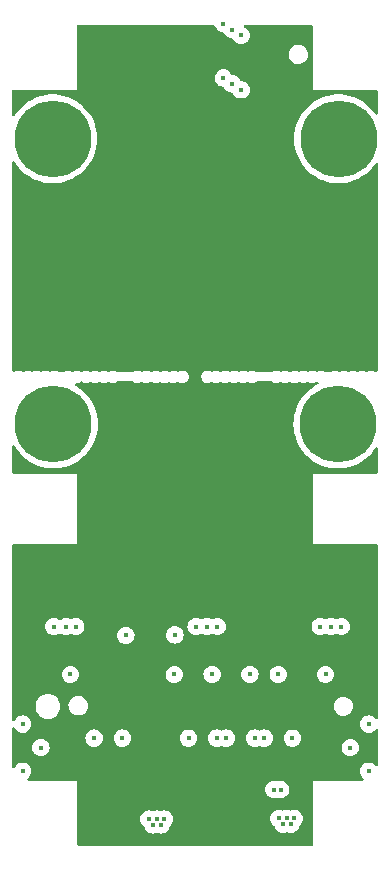
<source format=gbl>
%TF.GenerationSoftware,KiCad,Pcbnew,7.0.11-2.fc39*%
%TF.CreationDate,2024-03-16T22:06:29+01:00*%
%TF.ProjectId,mini-pcie-breakout,6d696e69-2d70-4636-9965-2d627265616b,rev?*%
%TF.SameCoordinates,Original*%
%TF.FileFunction,Copper,L4,Bot*%
%TF.FilePolarity,Positive*%
%FSLAX46Y46*%
G04 Gerber Fmt 4.6, Leading zero omitted, Abs format (unit mm)*
G04 Created by KiCad (PCBNEW 7.0.11-2.fc39) date 2024-03-16 22:06:29*
%MOMM*%
%LPD*%
G01*
G04 APERTURE LIST*
%TA.AperFunction,ComponentPad*%
%ADD10C,6.500000*%
%TD*%
%TA.AperFunction,ViaPad*%
%ADD11C,0.450000*%
%TD*%
G04 APERTURE END LIST*
D10*
%TO.P,H3,1,1*%
%TO.N,GND*%
X72100000Y-62800000D03*
%TD*%
%TO.P,H4,1,1*%
%TO.N,GND*%
X48000000Y-62800000D03*
%TD*%
%TO.P,H2,1,1*%
%TO.N,GND*%
X47950000Y-38650000D03*
%TD*%
%TO.P,H1,1,1*%
%TO.N,GND*%
X72150000Y-38650000D03*
%TD*%
D11*
%TO.N,+3V3*%
X63900000Y-29900000D03*
X54150000Y-80700000D03*
X63150000Y-29400000D03*
X67450000Y-96700000D03*
X67750000Y-96200000D03*
X68400000Y-96200000D03*
X66650000Y-93750000D03*
X72400000Y-79950000D03*
X67100000Y-96200000D03*
X67250000Y-93750000D03*
X68100000Y-96700000D03*
X48050000Y-79950000D03*
X62400000Y-28900000D03*
X60100000Y-79950000D03*
%TO.N,GND*%
X70600000Y-79950000D03*
X49900000Y-79950000D03*
X45400000Y-88200000D03*
X63150000Y-34000000D03*
X62650000Y-89400000D03*
X65050000Y-89400000D03*
X63900000Y-34500000D03*
X57100000Y-96750000D03*
X45400000Y-92200000D03*
X62400000Y-33500000D03*
X56450000Y-96750000D03*
X64650000Y-84000000D03*
X58300000Y-80650000D03*
X49450000Y-84000000D03*
X51450000Y-89400000D03*
X68250000Y-89400000D03*
X56100000Y-96250000D03*
X71500000Y-79950000D03*
X56750000Y-96250000D03*
X59450000Y-89400000D03*
X57400000Y-96250000D03*
X53850000Y-89400000D03*
X65850000Y-89400000D03*
X71050000Y-84000000D03*
X61900000Y-79950000D03*
X49050000Y-79950000D03*
X61000000Y-79950000D03*
X74700000Y-88200000D03*
X67050000Y-84000000D03*
X74700000Y-92200000D03*
X58250000Y-84000000D03*
X46950000Y-90200000D03*
X73150000Y-90200000D03*
X61450000Y-84000000D03*
X61850000Y-89400000D03*
%TO.N,+1V5*%
X69700000Y-79950000D03*
X56100000Y-30050000D03*
X57600000Y-32650000D03*
X57600000Y-33350000D03*
X62800000Y-79950000D03*
X50900000Y-79950000D03*
X57599999Y-31700000D03*
X56100000Y-30750000D03*
X56099999Y-31700000D03*
X56100000Y-33350000D03*
X56100000Y-32650000D03*
X57600000Y-30750000D03*
X57600000Y-30050000D03*
%TD*%
%TA.AperFunction,Conductor*%
%TO.N,+1V5*%
G36*
X61636778Y-29020502D02*
G01*
X61683271Y-29074158D01*
X61687586Y-29084885D01*
X61734958Y-29220267D01*
X61734959Y-29220269D01*
X61822897Y-29360223D01*
X61939776Y-29477102D01*
X62058081Y-29551437D01*
X62079733Y-29565042D01*
X62235748Y-29619634D01*
X62379857Y-29635871D01*
X62445307Y-29663374D01*
X62481053Y-29714298D01*
X62481890Y-29713896D01*
X62484334Y-29718973D01*
X62484673Y-29719455D01*
X62484955Y-29720262D01*
X62484959Y-29720269D01*
X62572897Y-29860223D01*
X62689776Y-29977102D01*
X62808081Y-30051437D01*
X62829733Y-30065042D01*
X62985748Y-30119634D01*
X63129857Y-30135871D01*
X63195307Y-30163374D01*
X63231053Y-30214298D01*
X63231890Y-30213896D01*
X63234334Y-30218973D01*
X63234673Y-30219455D01*
X63234955Y-30220262D01*
X63234959Y-30220269D01*
X63322897Y-30360223D01*
X63439776Y-30477102D01*
X63558081Y-30551437D01*
X63579733Y-30565042D01*
X63735748Y-30619634D01*
X63900000Y-30638141D01*
X64064252Y-30619634D01*
X64220267Y-30565042D01*
X64360223Y-30477102D01*
X64477102Y-30360223D01*
X64565042Y-30220267D01*
X64619634Y-30064252D01*
X64638141Y-29900000D01*
X64619634Y-29735748D01*
X64565042Y-29579733D01*
X64500555Y-29477102D01*
X64477102Y-29439776D01*
X64360223Y-29322897D01*
X64217449Y-29233187D01*
X64170411Y-29180009D01*
X64159591Y-29109842D01*
X64188424Y-29044963D01*
X64247755Y-29005972D01*
X64284485Y-29000500D01*
X69874000Y-29000500D01*
X69942121Y-29020502D01*
X69988614Y-29074158D01*
X70000000Y-29126500D01*
X70000000Y-34500000D01*
X75373500Y-34500000D01*
X75441621Y-34520002D01*
X75488114Y-34573658D01*
X75499500Y-34626000D01*
X75499500Y-36478027D01*
X75479498Y-36546148D01*
X75425842Y-36592641D01*
X75355568Y-36602745D01*
X75290988Y-36573251D01*
X75266571Y-36544677D01*
X75238806Y-36500133D01*
X75238801Y-36500125D01*
X75005455Y-36198668D01*
X75005450Y-36198662D01*
X74742807Y-35922363D01*
X74599749Y-35799552D01*
X74453557Y-35674050D01*
X74140666Y-35456272D01*
X73807349Y-35271265D01*
X73730161Y-35238141D01*
X73457026Y-35120929D01*
X73305868Y-35073503D01*
X73093288Y-35006806D01*
X73024255Y-34992619D01*
X72719878Y-34930068D01*
X72719871Y-34930067D01*
X72340628Y-34891500D01*
X72340610Y-34891500D01*
X71959390Y-34891500D01*
X71959371Y-34891500D01*
X71580128Y-34930067D01*
X71580121Y-34930068D01*
X71214868Y-35005129D01*
X71206712Y-35006806D01*
X71069709Y-35049790D01*
X70842973Y-35120929D01*
X70492657Y-35271262D01*
X70492653Y-35271263D01*
X70492651Y-35271265D01*
X70368305Y-35340282D01*
X70159333Y-35456272D01*
X69846446Y-35674047D01*
X69557192Y-35922363D01*
X69294549Y-36198662D01*
X69294544Y-36198668D01*
X69061198Y-36500125D01*
X69061188Y-36500141D01*
X68859550Y-36823639D01*
X68859545Y-36823649D01*
X68691659Y-37165906D01*
X68691653Y-37165921D01*
X68559261Y-37523390D01*
X68463706Y-37892445D01*
X68405978Y-38269272D01*
X68405976Y-38269291D01*
X68386670Y-38649994D01*
X68386670Y-38650005D01*
X68405976Y-39030708D01*
X68405978Y-39030727D01*
X68463706Y-39407554D01*
X68559261Y-39776609D01*
X68691653Y-40134078D01*
X68691658Y-40134091D01*
X68859545Y-40476351D01*
X68859547Y-40476355D01*
X68859550Y-40476360D01*
X69061188Y-40799858D01*
X69061198Y-40799874D01*
X69294544Y-41101331D01*
X69294549Y-41101337D01*
X69522705Y-41341356D01*
X69557190Y-41377634D01*
X69846443Y-41625950D01*
X70159334Y-41843728D01*
X70492651Y-42028735D01*
X70726201Y-42128959D01*
X70842973Y-42179070D01*
X70842975Y-42179070D01*
X70842976Y-42179071D01*
X71206712Y-42293194D01*
X71511094Y-42355745D01*
X71580121Y-42369931D01*
X71580124Y-42369931D01*
X71580127Y-42369932D01*
X71617431Y-42373725D01*
X71959371Y-42408499D01*
X71959389Y-42408499D01*
X71959390Y-42408500D01*
X71959391Y-42408500D01*
X72340609Y-42408500D01*
X72340610Y-42408500D01*
X72340611Y-42408499D01*
X72340628Y-42408499D01*
X72645263Y-42377519D01*
X72719873Y-42369932D01*
X73093288Y-42293194D01*
X73457024Y-42179071D01*
X73807349Y-42028735D01*
X74140666Y-41843728D01*
X74453557Y-41625950D01*
X74742810Y-41377634D01*
X75005457Y-41101330D01*
X75238804Y-40799871D01*
X75266571Y-40755323D01*
X75319579Y-40708093D01*
X75389706Y-40697019D01*
X75454688Y-40725616D01*
X75493894Y-40784806D01*
X75499500Y-40821972D01*
X75499500Y-58209794D01*
X75479498Y-58277915D01*
X75425842Y-58324408D01*
X75423700Y-58325362D01*
X75374394Y-58346779D01*
X75374392Y-58346780D01*
X75354287Y-58363137D01*
X75288821Y-58390610D01*
X75218895Y-58378329D01*
X75209305Y-58373054D01*
X75161031Y-58343699D01*
X75111328Y-58313474D01*
X75111325Y-58313473D01*
X75111327Y-58313473D01*
X74972230Y-58274500D01*
X74972228Y-58274500D01*
X74864051Y-58274500D01*
X74864037Y-58274500D01*
X74756897Y-58289227D01*
X74756888Y-58289229D01*
X74624393Y-58346780D01*
X74624392Y-58346780D01*
X74604287Y-58363137D01*
X74538821Y-58390610D01*
X74468895Y-58378329D01*
X74459305Y-58373054D01*
X74411031Y-58343699D01*
X74361328Y-58313474D01*
X74361325Y-58313473D01*
X74361327Y-58313473D01*
X74222230Y-58274500D01*
X74222228Y-58274500D01*
X74114051Y-58274500D01*
X74114037Y-58274500D01*
X74006897Y-58289227D01*
X74006888Y-58289229D01*
X73874393Y-58346780D01*
X73874392Y-58346780D01*
X73854287Y-58363137D01*
X73788821Y-58390610D01*
X73718895Y-58378329D01*
X73709305Y-58373054D01*
X73661031Y-58343699D01*
X73611328Y-58313474D01*
X73611325Y-58313473D01*
X73611327Y-58313473D01*
X73472230Y-58274500D01*
X73472228Y-58274500D01*
X73364051Y-58274500D01*
X73364037Y-58274500D01*
X73256897Y-58289227D01*
X73256888Y-58289229D01*
X73124393Y-58346780D01*
X73124392Y-58346780D01*
X73093713Y-58371740D01*
X73028248Y-58399214D01*
X73014196Y-58400000D01*
X72988919Y-58400000D01*
X72923452Y-58381657D01*
X72861031Y-58343699D01*
X72811328Y-58313474D01*
X72811327Y-58313473D01*
X72672230Y-58274500D01*
X72672228Y-58274500D01*
X72564051Y-58274500D01*
X72564037Y-58274500D01*
X72456897Y-58289227D01*
X72456888Y-58289229D01*
X72324393Y-58346780D01*
X72324392Y-58346780D01*
X72304287Y-58363137D01*
X72238821Y-58390610D01*
X72168895Y-58378329D01*
X72159305Y-58373054D01*
X72111031Y-58343699D01*
X72061328Y-58313474D01*
X72061325Y-58313473D01*
X72061327Y-58313473D01*
X71922230Y-58274500D01*
X71922228Y-58274500D01*
X71814051Y-58274500D01*
X71814037Y-58274500D01*
X71706897Y-58289227D01*
X71706888Y-58289229D01*
X71574393Y-58346780D01*
X71574392Y-58346780D01*
X71543713Y-58371740D01*
X71478248Y-58399214D01*
X71464196Y-58400000D01*
X71088919Y-58400000D01*
X71023452Y-58381657D01*
X70961031Y-58343699D01*
X70911328Y-58313474D01*
X70911327Y-58313473D01*
X70772230Y-58274500D01*
X70772228Y-58274500D01*
X70664051Y-58274500D01*
X70664037Y-58274500D01*
X70556897Y-58289227D01*
X70556888Y-58289229D01*
X70424393Y-58346780D01*
X70424392Y-58346780D01*
X70404287Y-58363137D01*
X70338821Y-58390610D01*
X70268895Y-58378329D01*
X70259305Y-58373054D01*
X70211031Y-58343699D01*
X70161328Y-58313474D01*
X70161325Y-58313473D01*
X70161327Y-58313473D01*
X70022230Y-58274500D01*
X70022228Y-58274500D01*
X69914051Y-58274500D01*
X69914037Y-58274500D01*
X69806897Y-58289227D01*
X69806888Y-58289229D01*
X69674393Y-58346780D01*
X69674392Y-58346780D01*
X69654287Y-58363137D01*
X69588821Y-58390610D01*
X69518895Y-58378329D01*
X69509305Y-58373054D01*
X69461031Y-58343699D01*
X69411328Y-58313474D01*
X69411325Y-58313473D01*
X69411327Y-58313473D01*
X69272230Y-58274500D01*
X69272228Y-58274500D01*
X69164051Y-58274500D01*
X69164037Y-58274500D01*
X69056897Y-58289227D01*
X69056888Y-58289229D01*
X68924393Y-58346780D01*
X68924392Y-58346780D01*
X68904287Y-58363137D01*
X68838821Y-58390610D01*
X68768895Y-58378329D01*
X68759305Y-58373054D01*
X68711031Y-58343699D01*
X68661328Y-58313474D01*
X68661325Y-58313473D01*
X68661327Y-58313473D01*
X68522230Y-58274500D01*
X68522228Y-58274500D01*
X68414051Y-58274500D01*
X68414037Y-58274500D01*
X68306897Y-58289227D01*
X68306888Y-58289229D01*
X68174393Y-58346780D01*
X68174392Y-58346780D01*
X68143713Y-58371740D01*
X68078248Y-58399214D01*
X68064196Y-58400000D01*
X68038919Y-58400000D01*
X67973452Y-58381657D01*
X67911031Y-58343699D01*
X67861328Y-58313474D01*
X67861327Y-58313473D01*
X67722230Y-58274500D01*
X67722228Y-58274500D01*
X67614051Y-58274500D01*
X67614037Y-58274500D01*
X67506897Y-58289227D01*
X67506888Y-58289229D01*
X67374393Y-58346780D01*
X67374392Y-58346780D01*
X67354287Y-58363137D01*
X67288821Y-58390610D01*
X67218895Y-58378329D01*
X67209305Y-58373054D01*
X67161031Y-58343699D01*
X67111328Y-58313474D01*
X67111325Y-58313473D01*
X67111327Y-58313473D01*
X66972230Y-58274500D01*
X66972228Y-58274500D01*
X66864051Y-58274500D01*
X66864037Y-58274500D01*
X66756897Y-58289227D01*
X66756888Y-58289229D01*
X66624393Y-58346780D01*
X66624392Y-58346780D01*
X66593713Y-58371740D01*
X66528248Y-58399214D01*
X66514196Y-58400000D01*
X65238918Y-58400000D01*
X65173451Y-58381657D01*
X65061327Y-58313473D01*
X64922230Y-58274500D01*
X64922228Y-58274500D01*
X64814051Y-58274500D01*
X64814037Y-58274500D01*
X64706897Y-58289227D01*
X64706888Y-58289229D01*
X64574390Y-58346781D01*
X64574389Y-58346781D01*
X64554284Y-58363138D01*
X64488818Y-58390610D01*
X64418892Y-58378328D01*
X64409303Y-58373053D01*
X64361031Y-58343699D01*
X64311328Y-58313474D01*
X64311327Y-58313473D01*
X64172230Y-58274500D01*
X64172228Y-58274500D01*
X64064051Y-58274500D01*
X64064037Y-58274500D01*
X63956897Y-58289227D01*
X63956888Y-58289229D01*
X63824390Y-58346781D01*
X63824389Y-58346781D01*
X63804284Y-58363138D01*
X63738818Y-58390610D01*
X63668892Y-58378328D01*
X63659303Y-58373053D01*
X63611031Y-58343699D01*
X63561328Y-58313474D01*
X63561327Y-58313473D01*
X63422230Y-58274500D01*
X63422228Y-58274500D01*
X63314051Y-58274500D01*
X63314037Y-58274500D01*
X63206897Y-58289227D01*
X63206888Y-58289229D01*
X63074390Y-58346781D01*
X63074389Y-58346781D01*
X63054284Y-58363138D01*
X62988818Y-58390610D01*
X62918892Y-58378328D01*
X62909303Y-58373053D01*
X62861031Y-58343699D01*
X62811328Y-58313474D01*
X62811327Y-58313473D01*
X62672230Y-58274500D01*
X62672228Y-58274500D01*
X62564051Y-58274500D01*
X62564037Y-58274500D01*
X62456897Y-58289227D01*
X62456888Y-58289229D01*
X62324390Y-58346781D01*
X62282900Y-58380536D01*
X62217435Y-58408010D01*
X62147508Y-58395730D01*
X62137916Y-58390453D01*
X62066099Y-58346781D01*
X62011328Y-58313474D01*
X62011327Y-58313473D01*
X61872230Y-58274500D01*
X61872228Y-58274500D01*
X61764051Y-58274500D01*
X61764037Y-58274500D01*
X61656897Y-58289227D01*
X61656888Y-58289229D01*
X61524390Y-58346781D01*
X61524389Y-58346781D01*
X61504284Y-58363138D01*
X61438818Y-58390610D01*
X61368892Y-58378328D01*
X61359303Y-58373053D01*
X61311031Y-58343699D01*
X61261328Y-58313474D01*
X61261327Y-58313473D01*
X61122230Y-58274500D01*
X61122228Y-58274500D01*
X61014051Y-58274500D01*
X61014037Y-58274500D01*
X60906897Y-58289227D01*
X60906888Y-58289229D01*
X60774389Y-58346781D01*
X60662337Y-58437944D01*
X60662331Y-58437950D01*
X60579029Y-58555961D01*
X60579026Y-58555967D01*
X60530653Y-58692080D01*
X60520796Y-58836197D01*
X60550186Y-58977636D01*
X60616645Y-59105893D01*
X60616647Y-59105896D01*
X60715242Y-59211467D01*
X60715244Y-59211468D01*
X60715245Y-59211469D01*
X60792664Y-59258548D01*
X60838672Y-59286526D01*
X60977770Y-59325500D01*
X60977772Y-59325500D01*
X61085949Y-59325500D01*
X61085962Y-59325499D01*
X61168298Y-59314181D01*
X61193111Y-59310771D01*
X61325609Y-59253219D01*
X61345712Y-59236863D01*
X61411176Y-59209389D01*
X61481103Y-59221669D01*
X61490696Y-59226946D01*
X61588672Y-59286526D01*
X61727770Y-59325500D01*
X61727772Y-59325500D01*
X61835949Y-59325500D01*
X61835962Y-59325499D01*
X61918298Y-59314181D01*
X61943111Y-59310771D01*
X62075609Y-59253219D01*
X62117098Y-59219464D01*
X62182561Y-59191989D01*
X62252488Y-59204268D01*
X62262083Y-59209546D01*
X62265244Y-59211468D01*
X62265245Y-59211469D01*
X62297343Y-59230988D01*
X62388672Y-59286526D01*
X62527770Y-59325500D01*
X62527772Y-59325500D01*
X62635949Y-59325500D01*
X62635962Y-59325499D01*
X62718298Y-59314181D01*
X62743111Y-59310771D01*
X62875609Y-59253219D01*
X62895712Y-59236863D01*
X62961176Y-59209389D01*
X63031103Y-59221669D01*
X63040696Y-59226946D01*
X63138672Y-59286526D01*
X63277770Y-59325500D01*
X63277772Y-59325500D01*
X63385949Y-59325500D01*
X63385962Y-59325499D01*
X63468298Y-59314181D01*
X63493111Y-59310771D01*
X63625609Y-59253219D01*
X63645712Y-59236863D01*
X63711176Y-59209389D01*
X63781103Y-59221669D01*
X63790696Y-59226946D01*
X63888672Y-59286526D01*
X64027770Y-59325500D01*
X64027772Y-59325500D01*
X64135949Y-59325500D01*
X64135962Y-59325499D01*
X64218298Y-59314181D01*
X64243111Y-59310771D01*
X64375609Y-59253219D01*
X64395712Y-59236863D01*
X64461176Y-59209389D01*
X64531103Y-59221669D01*
X64540696Y-59226946D01*
X64638672Y-59286526D01*
X64777770Y-59325500D01*
X64777772Y-59325500D01*
X64885949Y-59325500D01*
X64885962Y-59325499D01*
X64968298Y-59314181D01*
X64993111Y-59310771D01*
X65125609Y-59253219D01*
X65156286Y-59228260D01*
X65221749Y-59200786D01*
X65235803Y-59200000D01*
X66511081Y-59200000D01*
X66576548Y-59218343D01*
X66616349Y-59242546D01*
X66688672Y-59286526D01*
X66827770Y-59325500D01*
X66827772Y-59325500D01*
X66935949Y-59325500D01*
X66935962Y-59325499D01*
X67018298Y-59314181D01*
X67043111Y-59310771D01*
X67175609Y-59253219D01*
X67195712Y-59236862D01*
X67261173Y-59209389D01*
X67331100Y-59221668D01*
X67340695Y-59226946D01*
X67384974Y-59253872D01*
X67438672Y-59286526D01*
X67577770Y-59325500D01*
X67577772Y-59325500D01*
X67685949Y-59325500D01*
X67685962Y-59325499D01*
X67768298Y-59314181D01*
X67793111Y-59310771D01*
X67925609Y-59253219D01*
X67945708Y-59236867D01*
X67956288Y-59228260D01*
X68021753Y-59200785D01*
X68035805Y-59199999D01*
X68061080Y-59199999D01*
X68126547Y-59218342D01*
X68238672Y-59286526D01*
X68377770Y-59325500D01*
X68377772Y-59325500D01*
X68485949Y-59325500D01*
X68485962Y-59325499D01*
X68568298Y-59314181D01*
X68593111Y-59310771D01*
X68725609Y-59253219D01*
X68745712Y-59236862D01*
X68811173Y-59209389D01*
X68881100Y-59221668D01*
X68890695Y-59226946D01*
X68934974Y-59253872D01*
X68988672Y-59286526D01*
X69127770Y-59325500D01*
X69127772Y-59325500D01*
X69235949Y-59325500D01*
X69235962Y-59325499D01*
X69318298Y-59314181D01*
X69343111Y-59310771D01*
X69475609Y-59253219D01*
X69495712Y-59236862D01*
X69561173Y-59209389D01*
X69631100Y-59221668D01*
X69640695Y-59226946D01*
X69684974Y-59253872D01*
X69738672Y-59286526D01*
X69877770Y-59325500D01*
X69877772Y-59325500D01*
X69985949Y-59325500D01*
X69985962Y-59325499D01*
X70068298Y-59314181D01*
X70093111Y-59310771D01*
X70225609Y-59253219D01*
X70245712Y-59236862D01*
X70311173Y-59209389D01*
X70381100Y-59221668D01*
X70390697Y-59226947D01*
X70397342Y-59230988D01*
X70445152Y-59283473D01*
X70456997Y-59353474D01*
X70429116Y-59418767D01*
X70393021Y-59448811D01*
X70109341Y-59606267D01*
X70109340Y-59606267D01*
X69796446Y-59824047D01*
X69507192Y-60072363D01*
X69244549Y-60348662D01*
X69244544Y-60348668D01*
X69011198Y-60650125D01*
X69011188Y-60650141D01*
X68809550Y-60973639D01*
X68809545Y-60973649D01*
X68641659Y-61315906D01*
X68641653Y-61315921D01*
X68509261Y-61673390D01*
X68413706Y-62042445D01*
X68355978Y-62419272D01*
X68355976Y-62419291D01*
X68336670Y-62799994D01*
X68336670Y-62800005D01*
X68355976Y-63180708D01*
X68355978Y-63180727D01*
X68413706Y-63557554D01*
X68509261Y-63926609D01*
X68641653Y-64284078D01*
X68641658Y-64284091D01*
X68809545Y-64626351D01*
X68809547Y-64626355D01*
X68809550Y-64626360D01*
X69011188Y-64949858D01*
X69011198Y-64949874D01*
X69244544Y-65251331D01*
X69244549Y-65251337D01*
X69472705Y-65491356D01*
X69507190Y-65527634D01*
X69796443Y-65775950D01*
X70109334Y-65993728D01*
X70442651Y-66178735D01*
X70676201Y-66278959D01*
X70792973Y-66329070D01*
X70792975Y-66329070D01*
X70792976Y-66329071D01*
X71156712Y-66443194D01*
X71461094Y-66505745D01*
X71530121Y-66519931D01*
X71530124Y-66519931D01*
X71530127Y-66519932D01*
X71567431Y-66523725D01*
X71909371Y-66558499D01*
X71909389Y-66558499D01*
X71909390Y-66558500D01*
X71909391Y-66558500D01*
X72290609Y-66558500D01*
X72290610Y-66558500D01*
X72290611Y-66558499D01*
X72290628Y-66558499D01*
X72595263Y-66527519D01*
X72669873Y-66519932D01*
X73043288Y-66443194D01*
X73407024Y-66329071D01*
X73757349Y-66178735D01*
X74090666Y-65993728D01*
X74403557Y-65775950D01*
X74692810Y-65527634D01*
X74955457Y-65251330D01*
X75188804Y-64949871D01*
X75266571Y-64825104D01*
X75319579Y-64777875D01*
X75389706Y-64766801D01*
X75454688Y-64795398D01*
X75493894Y-64854588D01*
X75499500Y-64891754D01*
X75499500Y-66874000D01*
X75479498Y-66942121D01*
X75425842Y-66988614D01*
X75373500Y-67000000D01*
X70000000Y-67000000D01*
X70000000Y-73000000D01*
X75373500Y-73000000D01*
X75441621Y-73020002D01*
X75488114Y-73073658D01*
X75499500Y-73126000D01*
X75499500Y-87658567D01*
X75479498Y-87726688D01*
X75425842Y-87773181D01*
X75355568Y-87783285D01*
X75290988Y-87753791D01*
X75282223Y-87744662D01*
X75282106Y-87744780D01*
X75160223Y-87622897D01*
X75020269Y-87534959D01*
X75020267Y-87534958D01*
X74864252Y-87480366D01*
X74700000Y-87461859D01*
X74535748Y-87480366D01*
X74535745Y-87480366D01*
X74535745Y-87480367D01*
X74379732Y-87534958D01*
X74379730Y-87534959D01*
X74239776Y-87622897D01*
X74122897Y-87739776D01*
X74034959Y-87879730D01*
X74034958Y-87879732D01*
X74034958Y-87879733D01*
X73980366Y-88035748D01*
X73961859Y-88200000D01*
X73980366Y-88364252D01*
X73980367Y-88364254D01*
X74034958Y-88520267D01*
X74034959Y-88520269D01*
X74122897Y-88660223D01*
X74239776Y-88777102D01*
X74312659Y-88822897D01*
X74379733Y-88865042D01*
X74535748Y-88919634D01*
X74700000Y-88938141D01*
X74864252Y-88919634D01*
X75020267Y-88865042D01*
X75160223Y-88777102D01*
X75218900Y-88718425D01*
X75282106Y-88655220D01*
X75283667Y-88656781D01*
X75333097Y-88622085D01*
X75404035Y-88619188D01*
X75465278Y-88655102D01*
X75497382Y-88718425D01*
X75499500Y-88741432D01*
X75499500Y-91658567D01*
X75479498Y-91726688D01*
X75425842Y-91773181D01*
X75355568Y-91783285D01*
X75290988Y-91753791D01*
X75282223Y-91744662D01*
X75282106Y-91744780D01*
X75160223Y-91622897D01*
X75020269Y-91534959D01*
X75020267Y-91534958D01*
X74864252Y-91480366D01*
X74700000Y-91461859D01*
X74535748Y-91480366D01*
X74535745Y-91480366D01*
X74535745Y-91480367D01*
X74379732Y-91534958D01*
X74379730Y-91534959D01*
X74239776Y-91622897D01*
X74122897Y-91739776D01*
X74034959Y-91879730D01*
X74034958Y-91879732D01*
X74034958Y-91879733D01*
X73980366Y-92035748D01*
X73961859Y-92200000D01*
X73980366Y-92364252D01*
X73980367Y-92364254D01*
X74034958Y-92520267D01*
X74034959Y-92520269D01*
X74122897Y-92660223D01*
X74244780Y-92782106D01*
X74243380Y-92783505D01*
X74278542Y-92833597D01*
X74281439Y-92904535D01*
X74245525Y-92965778D01*
X74182202Y-92997882D01*
X74159195Y-93000000D01*
X70000000Y-93000000D01*
X70000000Y-98373500D01*
X69979998Y-98441621D01*
X69926342Y-98488114D01*
X69874000Y-98499500D01*
X50126000Y-98499500D01*
X50057879Y-98479498D01*
X50011386Y-98425842D01*
X50000000Y-98373500D01*
X50000000Y-96250000D01*
X55361859Y-96250000D01*
X55380366Y-96414252D01*
X55380367Y-96414254D01*
X55434958Y-96570267D01*
X55434959Y-96570269D01*
X55522897Y-96710223D01*
X55639772Y-96827098D01*
X55639774Y-96827099D01*
X55639777Y-96827102D01*
X55679476Y-96852046D01*
X55726513Y-96905224D01*
X55731368Y-96917117D01*
X55784959Y-97070270D01*
X55872897Y-97210223D01*
X55989776Y-97327102D01*
X56108081Y-97401437D01*
X56129733Y-97415042D01*
X56285748Y-97469634D01*
X56450000Y-97488141D01*
X56614252Y-97469634D01*
X56733387Y-97427946D01*
X56804289Y-97424327D01*
X56816599Y-97427942D01*
X56935748Y-97469634D01*
X57100000Y-97488141D01*
X57264252Y-97469634D01*
X57420267Y-97415042D01*
X57560223Y-97327102D01*
X57677102Y-97210223D01*
X57765042Y-97070267D01*
X57819634Y-96914252D01*
X57820610Y-96905592D01*
X57848112Y-96840138D01*
X57856723Y-96830601D01*
X57860220Y-96827103D01*
X57860223Y-96827102D01*
X57977102Y-96710223D01*
X58065042Y-96570267D01*
X58119634Y-96414252D01*
X58138141Y-96250000D01*
X58132507Y-96200000D01*
X66361859Y-96200000D01*
X66380366Y-96364252D01*
X66434958Y-96520267D01*
X66434959Y-96520269D01*
X66522897Y-96660223D01*
X66639772Y-96777098D01*
X66639774Y-96777099D01*
X66639777Y-96777102D01*
X66679476Y-96802046D01*
X66726513Y-96855224D01*
X66731368Y-96867117D01*
X66784959Y-97020270D01*
X66872897Y-97160223D01*
X66989776Y-97277102D01*
X67108081Y-97351437D01*
X67129733Y-97365042D01*
X67285748Y-97419634D01*
X67450000Y-97438141D01*
X67614252Y-97419634D01*
X67733387Y-97377946D01*
X67804289Y-97374327D01*
X67816599Y-97377942D01*
X67935748Y-97419634D01*
X68100000Y-97438141D01*
X68264252Y-97419634D01*
X68420267Y-97365042D01*
X68560223Y-97277102D01*
X68677102Y-97160223D01*
X68765042Y-97020267D01*
X68819634Y-96864252D01*
X68820610Y-96855592D01*
X68848112Y-96790138D01*
X68856723Y-96780601D01*
X68860220Y-96777103D01*
X68860223Y-96777102D01*
X68977102Y-96660223D01*
X69065042Y-96520267D01*
X69119634Y-96364252D01*
X69138141Y-96200000D01*
X69119634Y-96035748D01*
X69065042Y-95879733D01*
X69008519Y-95789777D01*
X68977102Y-95739776D01*
X68860223Y-95622897D01*
X68720269Y-95534959D01*
X68720267Y-95534958D01*
X68683384Y-95522052D01*
X68564252Y-95480366D01*
X68400000Y-95461859D01*
X68235747Y-95480366D01*
X68116614Y-95522052D01*
X68045710Y-95525670D01*
X68033386Y-95522052D01*
X67914252Y-95480366D01*
X67750000Y-95461859D01*
X67585747Y-95480366D01*
X67466614Y-95522052D01*
X67395710Y-95525670D01*
X67383386Y-95522052D01*
X67264252Y-95480366D01*
X67100000Y-95461859D01*
X66935748Y-95480366D01*
X66935745Y-95480366D01*
X66935745Y-95480367D01*
X66779732Y-95534958D01*
X66779730Y-95534959D01*
X66639776Y-95622897D01*
X66522897Y-95739776D01*
X66434959Y-95879730D01*
X66434958Y-95879732D01*
X66417462Y-95929733D01*
X66380366Y-96035748D01*
X66361859Y-96200000D01*
X58132507Y-96200000D01*
X58119634Y-96085748D01*
X58065042Y-95929733D01*
X58033625Y-95879733D01*
X57977102Y-95789776D01*
X57860223Y-95672897D01*
X57720269Y-95584959D01*
X57720267Y-95584958D01*
X57683384Y-95572052D01*
X57564252Y-95530366D01*
X57400000Y-95511859D01*
X57235747Y-95530366D01*
X57116614Y-95572052D01*
X57045710Y-95575670D01*
X57033386Y-95572052D01*
X56914252Y-95530366D01*
X56750000Y-95511859D01*
X56585747Y-95530366D01*
X56466614Y-95572052D01*
X56395710Y-95575670D01*
X56383386Y-95572052D01*
X56264252Y-95530366D01*
X56100000Y-95511859D01*
X55935748Y-95530366D01*
X55935745Y-95530366D01*
X55935745Y-95530367D01*
X55779732Y-95584958D01*
X55779730Y-95584959D01*
X55639776Y-95672897D01*
X55522897Y-95789776D01*
X55434959Y-95929730D01*
X55434958Y-95929732D01*
X55434958Y-95929733D01*
X55380366Y-96085748D01*
X55361859Y-96250000D01*
X50000000Y-96250000D01*
X50000000Y-93750000D01*
X65911859Y-93750000D01*
X65930366Y-93914252D01*
X65930367Y-93914254D01*
X65984958Y-94070267D01*
X65984959Y-94070269D01*
X66072897Y-94210223D01*
X66189776Y-94327102D01*
X66308081Y-94401437D01*
X66329733Y-94415042D01*
X66485748Y-94469634D01*
X66650000Y-94488141D01*
X66814252Y-94469634D01*
X66908384Y-94436694D01*
X66979288Y-94433075D01*
X66991610Y-94436693D01*
X67085748Y-94469634D01*
X67250000Y-94488141D01*
X67414252Y-94469634D01*
X67570267Y-94415042D01*
X67710223Y-94327102D01*
X67827102Y-94210223D01*
X67915042Y-94070267D01*
X67969634Y-93914252D01*
X67988141Y-93750000D01*
X67969634Y-93585748D01*
X67915042Y-93429733D01*
X67901437Y-93408081D01*
X67827102Y-93289776D01*
X67710223Y-93172897D01*
X67570269Y-93084959D01*
X67570267Y-93084958D01*
X67508386Y-93063305D01*
X67414252Y-93030366D01*
X67250000Y-93011859D01*
X67085747Y-93030366D01*
X67033677Y-93048586D01*
X66991613Y-93063305D01*
X66920710Y-93066923D01*
X66908391Y-93063306D01*
X66814252Y-93030366D01*
X66650000Y-93011859D01*
X66485748Y-93030366D01*
X66485745Y-93030366D01*
X66485745Y-93030367D01*
X66329732Y-93084958D01*
X66329730Y-93084959D01*
X66189776Y-93172897D01*
X66072897Y-93289776D01*
X65984959Y-93429730D01*
X65984958Y-93429732D01*
X65984958Y-93429733D01*
X65930366Y-93585748D01*
X65911859Y-93750000D01*
X50000000Y-93750000D01*
X50000000Y-93000000D01*
X45940805Y-93000000D01*
X45872684Y-92979998D01*
X45826191Y-92926342D01*
X45816087Y-92856068D01*
X45845581Y-92791488D01*
X45855285Y-92782171D01*
X45855220Y-92782106D01*
X45977100Y-92660225D01*
X45977102Y-92660223D01*
X45980320Y-92655102D01*
X46065042Y-92520267D01*
X46119634Y-92364252D01*
X46138141Y-92200000D01*
X46119634Y-92035748D01*
X46065042Y-91879733D01*
X46004440Y-91783285D01*
X45977102Y-91739776D01*
X45860223Y-91622897D01*
X45720269Y-91534959D01*
X45720267Y-91534958D01*
X45564252Y-91480366D01*
X45400000Y-91461859D01*
X45235748Y-91480366D01*
X45235745Y-91480366D01*
X45235745Y-91480367D01*
X45079732Y-91534958D01*
X45079730Y-91534959D01*
X44939776Y-91622897D01*
X44822899Y-91739774D01*
X44822897Y-91739777D01*
X44733187Y-91882550D01*
X44680008Y-91929588D01*
X44609841Y-91940408D01*
X44544963Y-91911575D01*
X44505972Y-91852243D01*
X44500500Y-91815514D01*
X44500500Y-90200000D01*
X46211859Y-90200000D01*
X46230366Y-90364252D01*
X46230367Y-90364254D01*
X46284958Y-90520267D01*
X46284959Y-90520269D01*
X46372897Y-90660223D01*
X46489776Y-90777102D01*
X46608081Y-90851437D01*
X46629733Y-90865042D01*
X46785748Y-90919634D01*
X46950000Y-90938141D01*
X47114252Y-90919634D01*
X47270267Y-90865042D01*
X47410223Y-90777102D01*
X47527102Y-90660223D01*
X47615042Y-90520267D01*
X47669634Y-90364252D01*
X47688141Y-90200000D01*
X72411859Y-90200000D01*
X72430366Y-90364252D01*
X72430367Y-90364254D01*
X72484958Y-90520267D01*
X72484959Y-90520269D01*
X72572897Y-90660223D01*
X72689776Y-90777102D01*
X72808081Y-90851437D01*
X72829733Y-90865042D01*
X72985748Y-90919634D01*
X73150000Y-90938141D01*
X73314252Y-90919634D01*
X73470267Y-90865042D01*
X73610223Y-90777102D01*
X73727102Y-90660223D01*
X73815042Y-90520267D01*
X73869634Y-90364252D01*
X73888141Y-90200000D01*
X73869634Y-90035748D01*
X73815042Y-89879733D01*
X73801437Y-89858081D01*
X73727102Y-89739776D01*
X73610223Y-89622897D01*
X73470269Y-89534959D01*
X73470267Y-89534958D01*
X73314252Y-89480366D01*
X73150000Y-89461859D01*
X72985748Y-89480366D01*
X72985745Y-89480366D01*
X72985745Y-89480367D01*
X72829732Y-89534958D01*
X72829730Y-89534959D01*
X72689776Y-89622897D01*
X72572897Y-89739776D01*
X72484959Y-89879730D01*
X72484958Y-89879732D01*
X72484958Y-89879733D01*
X72430366Y-90035748D01*
X72411859Y-90200000D01*
X47688141Y-90200000D01*
X47669634Y-90035748D01*
X47615042Y-89879733D01*
X47601437Y-89858081D01*
X47527102Y-89739776D01*
X47410223Y-89622897D01*
X47270269Y-89534959D01*
X47270267Y-89534958D01*
X47114252Y-89480366D01*
X46950000Y-89461859D01*
X46785748Y-89480366D01*
X46785745Y-89480366D01*
X46785745Y-89480367D01*
X46629732Y-89534958D01*
X46629730Y-89534959D01*
X46489776Y-89622897D01*
X46372897Y-89739776D01*
X46284959Y-89879730D01*
X46284958Y-89879732D01*
X46284958Y-89879733D01*
X46230366Y-90035748D01*
X46211859Y-90200000D01*
X44500500Y-90200000D01*
X44500500Y-89400000D01*
X50711859Y-89400000D01*
X50730366Y-89564252D01*
X50730367Y-89564254D01*
X50784958Y-89720267D01*
X50784959Y-89720269D01*
X50872897Y-89860223D01*
X50989776Y-89977102D01*
X51108081Y-90051437D01*
X51129733Y-90065042D01*
X51285748Y-90119634D01*
X51450000Y-90138141D01*
X51614252Y-90119634D01*
X51770267Y-90065042D01*
X51910223Y-89977102D01*
X52027102Y-89860223D01*
X52115042Y-89720267D01*
X52169634Y-89564252D01*
X52188141Y-89400000D01*
X53111859Y-89400000D01*
X53130366Y-89564252D01*
X53130367Y-89564254D01*
X53184958Y-89720267D01*
X53184959Y-89720269D01*
X53272897Y-89860223D01*
X53389776Y-89977102D01*
X53508081Y-90051437D01*
X53529733Y-90065042D01*
X53685748Y-90119634D01*
X53850000Y-90138141D01*
X54014252Y-90119634D01*
X54170267Y-90065042D01*
X54310223Y-89977102D01*
X54427102Y-89860223D01*
X54515042Y-89720267D01*
X54569634Y-89564252D01*
X54588141Y-89400000D01*
X58711859Y-89400000D01*
X58730366Y-89564252D01*
X58730367Y-89564254D01*
X58784958Y-89720267D01*
X58784959Y-89720269D01*
X58872897Y-89860223D01*
X58989776Y-89977102D01*
X59108081Y-90051437D01*
X59129733Y-90065042D01*
X59285748Y-90119634D01*
X59450000Y-90138141D01*
X59614252Y-90119634D01*
X59770267Y-90065042D01*
X59910223Y-89977102D01*
X60027102Y-89860223D01*
X60115042Y-89720267D01*
X60169634Y-89564252D01*
X60188141Y-89400000D01*
X61111859Y-89400000D01*
X61130366Y-89564252D01*
X61130367Y-89564254D01*
X61184958Y-89720267D01*
X61184959Y-89720269D01*
X61272897Y-89860223D01*
X61389776Y-89977102D01*
X61508081Y-90051437D01*
X61529733Y-90065042D01*
X61685748Y-90119634D01*
X61850000Y-90138141D01*
X62014252Y-90119634D01*
X62170267Y-90065042D01*
X62182962Y-90057064D01*
X62251283Y-90037758D01*
X62317037Y-90057064D01*
X62329733Y-90065042D01*
X62485748Y-90119634D01*
X62650000Y-90138141D01*
X62814252Y-90119634D01*
X62970267Y-90065042D01*
X63110223Y-89977102D01*
X63227102Y-89860223D01*
X63315042Y-89720267D01*
X63369634Y-89564252D01*
X63388141Y-89400000D01*
X64311859Y-89400000D01*
X64330366Y-89564252D01*
X64330367Y-89564254D01*
X64384958Y-89720267D01*
X64384959Y-89720269D01*
X64472897Y-89860223D01*
X64589776Y-89977102D01*
X64708081Y-90051437D01*
X64729733Y-90065042D01*
X64885748Y-90119634D01*
X65050000Y-90138141D01*
X65214252Y-90119634D01*
X65370267Y-90065042D01*
X65382962Y-90057064D01*
X65451283Y-90037758D01*
X65517037Y-90057064D01*
X65529733Y-90065042D01*
X65685748Y-90119634D01*
X65850000Y-90138141D01*
X66014252Y-90119634D01*
X66170267Y-90065042D01*
X66310223Y-89977102D01*
X66427102Y-89860223D01*
X66515042Y-89720267D01*
X66569634Y-89564252D01*
X66588141Y-89400000D01*
X67511859Y-89400000D01*
X67530366Y-89564252D01*
X67530367Y-89564254D01*
X67584958Y-89720267D01*
X67584959Y-89720269D01*
X67672897Y-89860223D01*
X67789776Y-89977102D01*
X67908081Y-90051437D01*
X67929733Y-90065042D01*
X68085748Y-90119634D01*
X68250000Y-90138141D01*
X68414252Y-90119634D01*
X68570267Y-90065042D01*
X68710223Y-89977102D01*
X68827102Y-89860223D01*
X68915042Y-89720267D01*
X68969634Y-89564252D01*
X68988141Y-89400000D01*
X68969634Y-89235748D01*
X68915042Y-89079733D01*
X68901437Y-89058081D01*
X68827102Y-88939776D01*
X68710223Y-88822897D01*
X68570269Y-88734959D01*
X68570267Y-88734958D01*
X68523018Y-88718425D01*
X68414252Y-88680366D01*
X68250000Y-88661859D01*
X68085748Y-88680366D01*
X68085745Y-88680366D01*
X68085745Y-88680367D01*
X67929732Y-88734958D01*
X67929730Y-88734959D01*
X67789776Y-88822897D01*
X67672897Y-88939776D01*
X67584959Y-89079730D01*
X67584958Y-89079732D01*
X67584958Y-89079733D01*
X67530366Y-89235748D01*
X67511859Y-89400000D01*
X66588141Y-89400000D01*
X66569634Y-89235748D01*
X66515042Y-89079733D01*
X66501437Y-89058081D01*
X66427102Y-88939776D01*
X66310223Y-88822897D01*
X66170269Y-88734959D01*
X66170267Y-88734958D01*
X66123018Y-88718425D01*
X66014252Y-88680366D01*
X65850000Y-88661859D01*
X65685748Y-88680366D01*
X65685745Y-88680366D01*
X65685745Y-88680367D01*
X65529733Y-88734957D01*
X65517032Y-88742938D01*
X65448710Y-88762241D01*
X65382968Y-88742938D01*
X65374707Y-88737747D01*
X65370267Y-88734958D01*
X65370266Y-88734957D01*
X65263535Y-88697611D01*
X65214252Y-88680366D01*
X65050000Y-88661859D01*
X64885748Y-88680366D01*
X64885745Y-88680366D01*
X64885745Y-88680367D01*
X64729732Y-88734958D01*
X64729730Y-88734959D01*
X64589776Y-88822897D01*
X64472897Y-88939776D01*
X64384959Y-89079730D01*
X64384958Y-89079732D01*
X64384958Y-89079733D01*
X64330366Y-89235748D01*
X64311859Y-89400000D01*
X63388141Y-89400000D01*
X63369634Y-89235748D01*
X63315042Y-89079733D01*
X63301437Y-89058081D01*
X63227102Y-88939776D01*
X63110223Y-88822897D01*
X62970269Y-88734959D01*
X62970267Y-88734958D01*
X62923018Y-88718425D01*
X62814252Y-88680366D01*
X62650000Y-88661859D01*
X62485748Y-88680366D01*
X62485745Y-88680366D01*
X62485745Y-88680367D01*
X62329733Y-88734957D01*
X62317032Y-88742938D01*
X62248710Y-88762241D01*
X62182968Y-88742938D01*
X62174707Y-88737747D01*
X62170267Y-88734958D01*
X62170266Y-88734957D01*
X62063535Y-88697611D01*
X62014252Y-88680366D01*
X61850000Y-88661859D01*
X61685748Y-88680366D01*
X61685745Y-88680366D01*
X61685745Y-88680367D01*
X61529732Y-88734958D01*
X61529730Y-88734959D01*
X61389776Y-88822897D01*
X61272897Y-88939776D01*
X61184959Y-89079730D01*
X61184958Y-89079732D01*
X61184958Y-89079733D01*
X61130366Y-89235748D01*
X61111859Y-89400000D01*
X60188141Y-89400000D01*
X60169634Y-89235748D01*
X60115042Y-89079733D01*
X60101437Y-89058081D01*
X60027102Y-88939776D01*
X59910223Y-88822897D01*
X59770269Y-88734959D01*
X59770267Y-88734958D01*
X59723018Y-88718425D01*
X59614252Y-88680366D01*
X59450000Y-88661859D01*
X59285748Y-88680366D01*
X59285745Y-88680366D01*
X59285745Y-88680367D01*
X59129732Y-88734958D01*
X59129730Y-88734959D01*
X58989776Y-88822897D01*
X58872897Y-88939776D01*
X58784959Y-89079730D01*
X58784958Y-89079732D01*
X58784958Y-89079733D01*
X58730366Y-89235748D01*
X58711859Y-89400000D01*
X54588141Y-89400000D01*
X54569634Y-89235748D01*
X54515042Y-89079733D01*
X54501437Y-89058081D01*
X54427102Y-88939776D01*
X54310223Y-88822897D01*
X54170269Y-88734959D01*
X54170267Y-88734958D01*
X54123018Y-88718425D01*
X54014252Y-88680366D01*
X53850000Y-88661859D01*
X53685748Y-88680366D01*
X53685745Y-88680366D01*
X53685745Y-88680367D01*
X53529732Y-88734958D01*
X53529730Y-88734959D01*
X53389776Y-88822897D01*
X53272897Y-88939776D01*
X53184959Y-89079730D01*
X53184958Y-89079732D01*
X53184958Y-89079733D01*
X53130366Y-89235748D01*
X53111859Y-89400000D01*
X52188141Y-89400000D01*
X52169634Y-89235748D01*
X52115042Y-89079733D01*
X52101437Y-89058081D01*
X52027102Y-88939776D01*
X51910223Y-88822897D01*
X51770269Y-88734959D01*
X51770267Y-88734958D01*
X51723018Y-88718425D01*
X51614252Y-88680366D01*
X51450000Y-88661859D01*
X51285748Y-88680366D01*
X51285745Y-88680366D01*
X51285745Y-88680367D01*
X51129732Y-88734958D01*
X51129730Y-88734959D01*
X50989776Y-88822897D01*
X50872897Y-88939776D01*
X50784959Y-89079730D01*
X50784958Y-89079732D01*
X50784958Y-89079733D01*
X50730366Y-89235748D01*
X50711859Y-89400000D01*
X44500500Y-89400000D01*
X44500500Y-88584485D01*
X44520502Y-88516364D01*
X44574158Y-88469871D01*
X44644432Y-88459767D01*
X44709012Y-88489261D01*
X44733187Y-88517449D01*
X44822897Y-88660223D01*
X44939776Y-88777102D01*
X45012659Y-88822897D01*
X45079733Y-88865042D01*
X45235748Y-88919634D01*
X45400000Y-88938141D01*
X45564252Y-88919634D01*
X45720267Y-88865042D01*
X45860223Y-88777102D01*
X45977102Y-88660223D01*
X46065042Y-88520267D01*
X46119634Y-88364252D01*
X46138141Y-88200000D01*
X46119634Y-88035748D01*
X46065042Y-87879733D01*
X46004440Y-87783285D01*
X45977102Y-87739776D01*
X45860223Y-87622897D01*
X45720269Y-87534959D01*
X45720267Y-87534958D01*
X45564252Y-87480366D01*
X45400000Y-87461859D01*
X45235748Y-87480366D01*
X45235745Y-87480366D01*
X45235745Y-87480367D01*
X45079732Y-87534958D01*
X45079730Y-87534959D01*
X44939776Y-87622897D01*
X44822899Y-87739774D01*
X44822897Y-87739777D01*
X44733187Y-87882550D01*
X44680008Y-87929588D01*
X44609841Y-87940408D01*
X44544963Y-87911575D01*
X44505972Y-87852243D01*
X44500500Y-87815514D01*
X44500500Y-86700003D01*
X46494417Y-86700003D01*
X46514698Y-86905927D01*
X46574768Y-87103954D01*
X46619810Y-87188222D01*
X46672315Y-87286450D01*
X46803590Y-87446410D01*
X46963550Y-87577685D01*
X47146046Y-87675232D01*
X47344066Y-87735300D01*
X47344070Y-87735300D01*
X47344072Y-87735301D01*
X47431789Y-87743940D01*
X47498392Y-87750500D01*
X47498401Y-87750500D01*
X47601599Y-87750500D01*
X47601608Y-87750500D01*
X47689331Y-87741859D01*
X47755927Y-87735301D01*
X47755928Y-87735300D01*
X47755934Y-87735300D01*
X47953954Y-87675232D01*
X48136450Y-87577685D01*
X48296410Y-87446410D01*
X48427685Y-87286450D01*
X48525232Y-87103954D01*
X48585300Y-86905934D01*
X48587928Y-86879257D01*
X48605583Y-86700003D01*
X48605583Y-86699996D01*
X48596226Y-86604990D01*
X49279986Y-86604990D01*
X49289719Y-86784498D01*
X49289720Y-86784506D01*
X49337811Y-86957717D01*
X49337813Y-86957720D01*
X49337814Y-86957723D01*
X49422022Y-87116556D01*
X49538406Y-87253574D01*
X49681523Y-87362369D01*
X49844682Y-87437854D01*
X49844685Y-87437854D01*
X49844686Y-87437855D01*
X49880948Y-87445836D01*
X50020254Y-87476500D01*
X50020257Y-87476500D01*
X50154949Y-87476500D01*
X50154957Y-87476500D01*
X50165884Y-87475311D01*
X50288855Y-87461938D01*
X50288856Y-87461937D01*
X50288862Y-87461937D01*
X50289094Y-87461859D01*
X50459223Y-87404536D01*
X50459222Y-87404536D01*
X50459226Y-87404535D01*
X50613267Y-87311851D01*
X50743783Y-87188220D01*
X50844670Y-87039423D01*
X50911211Y-86872416D01*
X50939478Y-86700000D01*
X71744435Y-86700000D01*
X71764632Y-86879255D01*
X71792087Y-86957717D01*
X71824211Y-87049522D01*
X71824212Y-87049525D01*
X71920182Y-87202260D01*
X71920183Y-87202262D01*
X72047737Y-87329816D01*
X72047739Y-87329817D01*
X72200474Y-87425787D01*
X72200475Y-87425787D01*
X72200478Y-87425789D01*
X72370745Y-87485368D01*
X72505046Y-87500500D01*
X72594954Y-87500500D01*
X72729255Y-87485368D01*
X72899522Y-87425789D01*
X73052262Y-87329816D01*
X73179816Y-87202262D01*
X73275789Y-87049522D01*
X73335368Y-86879255D01*
X73355565Y-86700000D01*
X73335368Y-86520745D01*
X73275789Y-86350478D01*
X73275787Y-86350475D01*
X73275787Y-86350474D01*
X73179817Y-86197739D01*
X73179816Y-86197737D01*
X73052262Y-86070183D01*
X73052260Y-86070182D01*
X72899525Y-85974212D01*
X72899522Y-85974211D01*
X72729255Y-85914632D01*
X72594954Y-85899500D01*
X72505046Y-85899500D01*
X72370745Y-85914632D01*
X72370742Y-85914632D01*
X72370742Y-85914633D01*
X72200477Y-85974211D01*
X72200474Y-85974212D01*
X72047739Y-86070182D01*
X72047737Y-86070183D01*
X71920183Y-86197737D01*
X71920182Y-86197739D01*
X71824212Y-86350474D01*
X71824211Y-86350477D01*
X71824211Y-86350478D01*
X71764632Y-86520745D01*
X71744435Y-86700000D01*
X50939478Y-86700000D01*
X50940296Y-86695010D01*
X50930563Y-86515499D01*
X50913573Y-86454309D01*
X50882470Y-86342282D01*
X50882468Y-86342280D01*
X50882468Y-86342277D01*
X50798260Y-86183444D01*
X50681876Y-86046426D01*
X50538759Y-85937631D01*
X50375600Y-85862146D01*
X50375598Y-85862145D01*
X50375595Y-85862144D01*
X50200034Y-85823501D01*
X50200031Y-85823500D01*
X50200028Y-85823500D01*
X50065325Y-85823500D01*
X50065315Y-85823500D01*
X49931426Y-85838061D01*
X49931413Y-85838064D01*
X49761058Y-85895463D01*
X49761057Y-85895464D01*
X49607016Y-85988147D01*
X49476504Y-86111773D01*
X49476500Y-86111777D01*
X49375610Y-86260579D01*
X49309071Y-86427581D01*
X49309070Y-86427583D01*
X49279986Y-86604990D01*
X48596226Y-86604990D01*
X48585301Y-86494072D01*
X48585300Y-86494070D01*
X48585300Y-86494066D01*
X48525232Y-86296046D01*
X48427685Y-86113550D01*
X48296410Y-85953590D01*
X48136450Y-85822315D01*
X48136448Y-85822314D01*
X48136447Y-85822313D01*
X47953954Y-85724768D01*
X47755927Y-85664698D01*
X47601614Y-85649500D01*
X47601608Y-85649500D01*
X47498392Y-85649500D01*
X47498385Y-85649500D01*
X47344072Y-85664698D01*
X47146045Y-85724768D01*
X46963552Y-85822313D01*
X46803590Y-85953590D01*
X46672313Y-86113552D01*
X46574768Y-86296045D01*
X46514698Y-86494072D01*
X46494417Y-86699996D01*
X46494417Y-86700003D01*
X44500500Y-86700003D01*
X44500500Y-84000000D01*
X48711859Y-84000000D01*
X48730366Y-84164252D01*
X48730367Y-84164254D01*
X48784958Y-84320267D01*
X48784959Y-84320269D01*
X48872897Y-84460223D01*
X48989776Y-84577102D01*
X49108081Y-84651437D01*
X49129733Y-84665042D01*
X49285748Y-84719634D01*
X49450000Y-84738141D01*
X49614252Y-84719634D01*
X49770267Y-84665042D01*
X49910223Y-84577102D01*
X50027102Y-84460223D01*
X50115042Y-84320267D01*
X50169634Y-84164252D01*
X50188141Y-84000000D01*
X57511859Y-84000000D01*
X57530366Y-84164252D01*
X57530367Y-84164254D01*
X57584958Y-84320267D01*
X57584959Y-84320269D01*
X57672897Y-84460223D01*
X57789776Y-84577102D01*
X57908081Y-84651437D01*
X57929733Y-84665042D01*
X58085748Y-84719634D01*
X58250000Y-84738141D01*
X58414252Y-84719634D01*
X58570267Y-84665042D01*
X58710223Y-84577102D01*
X58827102Y-84460223D01*
X58915042Y-84320267D01*
X58969634Y-84164252D01*
X58988141Y-84000000D01*
X60711859Y-84000000D01*
X60730366Y-84164252D01*
X60730367Y-84164254D01*
X60784958Y-84320267D01*
X60784959Y-84320269D01*
X60872897Y-84460223D01*
X60989776Y-84577102D01*
X61108081Y-84651437D01*
X61129733Y-84665042D01*
X61285748Y-84719634D01*
X61450000Y-84738141D01*
X61614252Y-84719634D01*
X61770267Y-84665042D01*
X61910223Y-84577102D01*
X62027102Y-84460223D01*
X62115042Y-84320267D01*
X62169634Y-84164252D01*
X62188141Y-84000000D01*
X63911859Y-84000000D01*
X63930366Y-84164252D01*
X63930367Y-84164254D01*
X63984958Y-84320267D01*
X63984959Y-84320269D01*
X64072897Y-84460223D01*
X64189776Y-84577102D01*
X64308081Y-84651437D01*
X64329733Y-84665042D01*
X64485748Y-84719634D01*
X64650000Y-84738141D01*
X64814252Y-84719634D01*
X64970267Y-84665042D01*
X65110223Y-84577102D01*
X65227102Y-84460223D01*
X65315042Y-84320267D01*
X65369634Y-84164252D01*
X65388141Y-84000000D01*
X66311859Y-84000000D01*
X66330366Y-84164252D01*
X66330367Y-84164254D01*
X66384958Y-84320267D01*
X66384959Y-84320269D01*
X66472897Y-84460223D01*
X66589776Y-84577102D01*
X66708081Y-84651437D01*
X66729733Y-84665042D01*
X66885748Y-84719634D01*
X67050000Y-84738141D01*
X67214252Y-84719634D01*
X67370267Y-84665042D01*
X67510223Y-84577102D01*
X67627102Y-84460223D01*
X67715042Y-84320267D01*
X67769634Y-84164252D01*
X67788141Y-84000000D01*
X70311859Y-84000000D01*
X70330366Y-84164252D01*
X70330367Y-84164254D01*
X70384958Y-84320267D01*
X70384959Y-84320269D01*
X70472897Y-84460223D01*
X70589776Y-84577102D01*
X70708081Y-84651437D01*
X70729733Y-84665042D01*
X70885748Y-84719634D01*
X71050000Y-84738141D01*
X71214252Y-84719634D01*
X71370267Y-84665042D01*
X71510223Y-84577102D01*
X71627102Y-84460223D01*
X71715042Y-84320267D01*
X71769634Y-84164252D01*
X71788141Y-84000000D01*
X71769634Y-83835748D01*
X71715042Y-83679733D01*
X71701437Y-83658081D01*
X71627102Y-83539776D01*
X71510223Y-83422897D01*
X71370269Y-83334959D01*
X71370267Y-83334958D01*
X71214252Y-83280366D01*
X71050000Y-83261859D01*
X70885748Y-83280366D01*
X70885745Y-83280366D01*
X70885745Y-83280367D01*
X70729732Y-83334958D01*
X70729730Y-83334959D01*
X70589776Y-83422897D01*
X70472897Y-83539776D01*
X70384959Y-83679730D01*
X70384958Y-83679732D01*
X70384958Y-83679733D01*
X70330366Y-83835748D01*
X70311859Y-84000000D01*
X67788141Y-84000000D01*
X67769634Y-83835748D01*
X67715042Y-83679733D01*
X67701437Y-83658081D01*
X67627102Y-83539776D01*
X67510223Y-83422897D01*
X67370269Y-83334959D01*
X67370267Y-83334958D01*
X67214252Y-83280366D01*
X67050000Y-83261859D01*
X66885748Y-83280366D01*
X66885745Y-83280366D01*
X66885745Y-83280367D01*
X66729732Y-83334958D01*
X66729730Y-83334959D01*
X66589776Y-83422897D01*
X66472897Y-83539776D01*
X66384959Y-83679730D01*
X66384958Y-83679732D01*
X66384958Y-83679733D01*
X66330366Y-83835748D01*
X66311859Y-84000000D01*
X65388141Y-84000000D01*
X65369634Y-83835748D01*
X65315042Y-83679733D01*
X65301437Y-83658081D01*
X65227102Y-83539776D01*
X65110223Y-83422897D01*
X64970269Y-83334959D01*
X64970267Y-83334958D01*
X64814252Y-83280366D01*
X64650000Y-83261859D01*
X64485748Y-83280366D01*
X64485745Y-83280366D01*
X64485745Y-83280367D01*
X64329732Y-83334958D01*
X64329730Y-83334959D01*
X64189776Y-83422897D01*
X64072897Y-83539776D01*
X63984959Y-83679730D01*
X63984958Y-83679732D01*
X63984958Y-83679733D01*
X63930366Y-83835748D01*
X63911859Y-84000000D01*
X62188141Y-84000000D01*
X62169634Y-83835748D01*
X62115042Y-83679733D01*
X62101437Y-83658081D01*
X62027102Y-83539776D01*
X61910223Y-83422897D01*
X61770269Y-83334959D01*
X61770267Y-83334958D01*
X61614252Y-83280366D01*
X61450000Y-83261859D01*
X61285748Y-83280366D01*
X61285745Y-83280366D01*
X61285745Y-83280367D01*
X61129732Y-83334958D01*
X61129730Y-83334959D01*
X60989776Y-83422897D01*
X60872897Y-83539776D01*
X60784959Y-83679730D01*
X60784958Y-83679732D01*
X60784958Y-83679733D01*
X60730366Y-83835748D01*
X60711859Y-84000000D01*
X58988141Y-84000000D01*
X58969634Y-83835748D01*
X58915042Y-83679733D01*
X58901437Y-83658081D01*
X58827102Y-83539776D01*
X58710223Y-83422897D01*
X58570269Y-83334959D01*
X58570267Y-83334958D01*
X58414252Y-83280366D01*
X58250000Y-83261859D01*
X58085748Y-83280366D01*
X58085745Y-83280366D01*
X58085745Y-83280367D01*
X57929732Y-83334958D01*
X57929730Y-83334959D01*
X57789776Y-83422897D01*
X57672897Y-83539776D01*
X57584959Y-83679730D01*
X57584958Y-83679732D01*
X57584958Y-83679733D01*
X57530366Y-83835748D01*
X57511859Y-84000000D01*
X50188141Y-84000000D01*
X50169634Y-83835748D01*
X50115042Y-83679733D01*
X50101437Y-83658081D01*
X50027102Y-83539776D01*
X49910223Y-83422897D01*
X49770269Y-83334959D01*
X49770267Y-83334958D01*
X49614252Y-83280366D01*
X49450000Y-83261859D01*
X49285748Y-83280366D01*
X49285745Y-83280366D01*
X49285745Y-83280367D01*
X49129732Y-83334958D01*
X49129730Y-83334959D01*
X48989776Y-83422897D01*
X48872897Y-83539776D01*
X48784959Y-83679730D01*
X48784958Y-83679732D01*
X48784958Y-83679733D01*
X48730366Y-83835748D01*
X48711859Y-84000000D01*
X44500500Y-84000000D01*
X44500500Y-80700000D01*
X53411859Y-80700000D01*
X53430366Y-80864252D01*
X53430367Y-80864254D01*
X53484958Y-81020267D01*
X53484959Y-81020269D01*
X53572897Y-81160223D01*
X53689776Y-81277102D01*
X53750158Y-81315042D01*
X53829733Y-81365042D01*
X53985748Y-81419634D01*
X54150000Y-81438141D01*
X54314252Y-81419634D01*
X54470267Y-81365042D01*
X54610223Y-81277102D01*
X54727102Y-81160223D01*
X54815042Y-81020267D01*
X54869634Y-80864252D01*
X54888141Y-80700000D01*
X54882507Y-80650000D01*
X57561859Y-80650000D01*
X57580366Y-80814252D01*
X57634958Y-80970267D01*
X57634959Y-80970269D01*
X57722897Y-81110223D01*
X57839776Y-81227102D01*
X57958081Y-81301437D01*
X57979733Y-81315042D01*
X58135748Y-81369634D01*
X58300000Y-81388141D01*
X58464252Y-81369634D01*
X58620267Y-81315042D01*
X58760223Y-81227102D01*
X58877102Y-81110223D01*
X58965042Y-80970267D01*
X59019634Y-80814252D01*
X59038141Y-80650000D01*
X59019634Y-80485748D01*
X58965042Y-80329733D01*
X58951437Y-80308081D01*
X58877102Y-80189776D01*
X58760223Y-80072897D01*
X58620269Y-79984959D01*
X58620267Y-79984958D01*
X58607144Y-79980366D01*
X58520363Y-79950000D01*
X59361859Y-79950000D01*
X59380366Y-80114252D01*
X59406793Y-80189776D01*
X59434958Y-80270267D01*
X59434959Y-80270269D01*
X59522897Y-80410223D01*
X59639776Y-80527102D01*
X59717036Y-80575647D01*
X59779733Y-80615042D01*
X59935748Y-80669634D01*
X60100000Y-80688141D01*
X60264252Y-80669634D01*
X60420267Y-80615042D01*
X60482964Y-80575646D01*
X60551283Y-80556340D01*
X60617035Y-80575646D01*
X60679733Y-80615042D01*
X60835748Y-80669634D01*
X61000000Y-80688141D01*
X61164252Y-80669634D01*
X61320267Y-80615042D01*
X61382964Y-80575646D01*
X61451283Y-80556340D01*
X61517035Y-80575646D01*
X61579733Y-80615042D01*
X61735748Y-80669634D01*
X61900000Y-80688141D01*
X62064252Y-80669634D01*
X62220267Y-80615042D01*
X62360223Y-80527102D01*
X62477102Y-80410223D01*
X62565042Y-80270267D01*
X62619634Y-80114252D01*
X62638141Y-79950000D01*
X69861859Y-79950000D01*
X69880366Y-80114252D01*
X69906793Y-80189776D01*
X69934958Y-80270267D01*
X69934959Y-80270269D01*
X70022897Y-80410223D01*
X70139776Y-80527102D01*
X70217036Y-80575647D01*
X70279733Y-80615042D01*
X70435748Y-80669634D01*
X70600000Y-80688141D01*
X70764252Y-80669634D01*
X70920267Y-80615042D01*
X70982964Y-80575646D01*
X71051283Y-80556340D01*
X71117035Y-80575646D01*
X71179733Y-80615042D01*
X71335748Y-80669634D01*
X71500000Y-80688141D01*
X71664252Y-80669634D01*
X71820267Y-80615042D01*
X71882964Y-80575646D01*
X71951283Y-80556340D01*
X72017035Y-80575646D01*
X72079733Y-80615042D01*
X72235748Y-80669634D01*
X72400000Y-80688141D01*
X72564252Y-80669634D01*
X72720267Y-80615042D01*
X72860223Y-80527102D01*
X72977102Y-80410223D01*
X73065042Y-80270267D01*
X73119634Y-80114252D01*
X73138141Y-79950000D01*
X73119634Y-79785748D01*
X73065042Y-79629733D01*
X73051437Y-79608081D01*
X72977102Y-79489776D01*
X72860223Y-79372897D01*
X72720269Y-79284959D01*
X72720267Y-79284958D01*
X72720264Y-79284957D01*
X72564252Y-79230366D01*
X72400000Y-79211859D01*
X72235748Y-79230366D01*
X72235745Y-79230366D01*
X72235745Y-79230367D01*
X72079734Y-79284957D01*
X72017035Y-79324353D01*
X71948713Y-79343658D01*
X71882965Y-79324353D01*
X71857965Y-79308645D01*
X71820267Y-79284958D01*
X71820264Y-79284957D01*
X71820266Y-79284957D01*
X71713535Y-79247611D01*
X71664252Y-79230366D01*
X71500000Y-79211859D01*
X71335748Y-79230366D01*
X71335745Y-79230366D01*
X71335745Y-79230367D01*
X71179734Y-79284957D01*
X71117035Y-79324353D01*
X71048713Y-79343658D01*
X70982965Y-79324353D01*
X70957965Y-79308645D01*
X70920267Y-79284958D01*
X70920264Y-79284957D01*
X70920266Y-79284957D01*
X70813535Y-79247611D01*
X70764252Y-79230366D01*
X70600000Y-79211859D01*
X70435748Y-79230366D01*
X70435745Y-79230366D01*
X70435745Y-79230367D01*
X70279732Y-79284958D01*
X70279730Y-79284959D01*
X70139776Y-79372897D01*
X70022897Y-79489776D01*
X69934959Y-79629730D01*
X69934958Y-79629732D01*
X69934958Y-79629733D01*
X69880366Y-79785748D01*
X69861859Y-79950000D01*
X62638141Y-79950000D01*
X62619634Y-79785748D01*
X62565042Y-79629733D01*
X62551437Y-79608081D01*
X62477102Y-79489776D01*
X62360223Y-79372897D01*
X62220269Y-79284959D01*
X62220267Y-79284958D01*
X62220264Y-79284957D01*
X62064252Y-79230366D01*
X61900000Y-79211859D01*
X61735748Y-79230366D01*
X61735745Y-79230366D01*
X61735745Y-79230367D01*
X61579734Y-79284957D01*
X61517035Y-79324353D01*
X61448713Y-79343658D01*
X61382965Y-79324353D01*
X61357965Y-79308645D01*
X61320267Y-79284958D01*
X61320264Y-79284957D01*
X61320266Y-79284957D01*
X61213535Y-79247611D01*
X61164252Y-79230366D01*
X61000000Y-79211859D01*
X60835748Y-79230366D01*
X60835745Y-79230366D01*
X60835745Y-79230367D01*
X60679734Y-79284957D01*
X60617035Y-79324353D01*
X60548713Y-79343658D01*
X60482965Y-79324353D01*
X60457965Y-79308645D01*
X60420267Y-79284958D01*
X60420264Y-79284957D01*
X60420266Y-79284957D01*
X60313535Y-79247611D01*
X60264252Y-79230366D01*
X60100000Y-79211859D01*
X59935748Y-79230366D01*
X59935745Y-79230366D01*
X59935745Y-79230367D01*
X59779732Y-79284958D01*
X59779730Y-79284959D01*
X59639776Y-79372897D01*
X59522897Y-79489776D01*
X59434959Y-79629730D01*
X59434958Y-79629732D01*
X59434958Y-79629733D01*
X59380366Y-79785748D01*
X59361859Y-79950000D01*
X58520363Y-79950000D01*
X58464252Y-79930366D01*
X58300000Y-79911859D01*
X58135748Y-79930366D01*
X58135745Y-79930366D01*
X58135745Y-79930367D01*
X57979732Y-79984958D01*
X57979730Y-79984959D01*
X57839776Y-80072897D01*
X57722897Y-80189776D01*
X57634959Y-80329730D01*
X57634958Y-80329732D01*
X57617462Y-80379733D01*
X57580366Y-80485748D01*
X57561859Y-80650000D01*
X54882507Y-80650000D01*
X54869634Y-80535748D01*
X54815042Y-80379733D01*
X54783625Y-80329733D01*
X54727102Y-80239776D01*
X54610223Y-80122897D01*
X54470269Y-80034959D01*
X54470267Y-80034958D01*
X54314252Y-79980366D01*
X54150000Y-79961859D01*
X53985748Y-79980366D01*
X53985745Y-79980366D01*
X53985745Y-79980367D01*
X53829732Y-80034958D01*
X53829730Y-80034959D01*
X53689776Y-80122897D01*
X53572897Y-80239776D01*
X53484959Y-80379730D01*
X53484958Y-80379732D01*
X53484958Y-80379733D01*
X53430366Y-80535748D01*
X53411859Y-80700000D01*
X44500500Y-80700000D01*
X44500500Y-79950000D01*
X47311859Y-79950000D01*
X47330366Y-80114252D01*
X47356793Y-80189776D01*
X47384958Y-80270267D01*
X47384959Y-80270269D01*
X47472897Y-80410223D01*
X47589776Y-80527102D01*
X47667036Y-80575647D01*
X47729733Y-80615042D01*
X47885748Y-80669634D01*
X48050000Y-80688141D01*
X48214252Y-80669634D01*
X48370267Y-80615042D01*
X48482964Y-80544230D01*
X48551285Y-80524924D01*
X48617036Y-80544230D01*
X48729733Y-80615042D01*
X48885748Y-80669634D01*
X49050000Y-80688141D01*
X49214252Y-80669634D01*
X49370267Y-80615042D01*
X49407964Y-80591355D01*
X49476283Y-80572049D01*
X49542035Y-80591355D01*
X49579733Y-80615042D01*
X49735748Y-80669634D01*
X49900000Y-80688141D01*
X50064252Y-80669634D01*
X50220267Y-80615042D01*
X50360223Y-80527102D01*
X50477102Y-80410223D01*
X50565042Y-80270267D01*
X50619634Y-80114252D01*
X50638141Y-79950000D01*
X50619634Y-79785748D01*
X50565042Y-79629733D01*
X50551437Y-79608081D01*
X50477102Y-79489776D01*
X50360223Y-79372897D01*
X50220269Y-79284959D01*
X50220267Y-79284958D01*
X50220264Y-79284957D01*
X50064252Y-79230366D01*
X49900000Y-79211859D01*
X49735748Y-79230366D01*
X49735745Y-79230366D01*
X49735745Y-79230367D01*
X49579734Y-79284957D01*
X49542035Y-79308645D01*
X49473714Y-79327950D01*
X49407965Y-79308645D01*
X49370267Y-79284958D01*
X49370266Y-79284957D01*
X49370265Y-79284957D01*
X49292259Y-79257662D01*
X49214252Y-79230366D01*
X49050000Y-79211859D01*
X48885748Y-79230366D01*
X48885745Y-79230366D01*
X48885745Y-79230367D01*
X48729732Y-79284958D01*
X48729729Y-79284959D01*
X48617036Y-79355769D01*
X48548714Y-79375075D01*
X48482964Y-79355769D01*
X48370270Y-79284959D01*
X48370267Y-79284958D01*
X48370264Y-79284957D01*
X48214252Y-79230366D01*
X48050000Y-79211859D01*
X47885748Y-79230366D01*
X47885745Y-79230366D01*
X47885745Y-79230367D01*
X47729732Y-79284958D01*
X47729730Y-79284959D01*
X47589776Y-79372897D01*
X47472897Y-79489776D01*
X47384959Y-79629730D01*
X47384958Y-79629732D01*
X47384958Y-79629733D01*
X47330366Y-79785748D01*
X47311859Y-79950000D01*
X44500500Y-79950000D01*
X44500500Y-73126000D01*
X44520502Y-73057879D01*
X44574158Y-73011386D01*
X44626500Y-73000000D01*
X50000000Y-73000000D01*
X50000000Y-67000000D01*
X44626500Y-67000000D01*
X44558379Y-66979998D01*
X44511886Y-66926342D01*
X44500500Y-66874000D01*
X44500500Y-64731319D01*
X44520502Y-64663198D01*
X44574158Y-64616705D01*
X44644432Y-64606601D01*
X44709012Y-64636095D01*
X44733429Y-64664670D01*
X44833429Y-64825105D01*
X44874971Y-64891754D01*
X44911188Y-64949858D01*
X44911198Y-64949874D01*
X45144544Y-65251331D01*
X45144549Y-65251337D01*
X45372705Y-65491356D01*
X45407190Y-65527634D01*
X45696443Y-65775950D01*
X46009334Y-65993728D01*
X46342651Y-66178735D01*
X46576201Y-66278959D01*
X46692973Y-66329070D01*
X46692975Y-66329070D01*
X46692976Y-66329071D01*
X47056712Y-66443194D01*
X47361094Y-66505745D01*
X47430121Y-66519931D01*
X47430124Y-66519931D01*
X47430127Y-66519932D01*
X47467431Y-66523725D01*
X47809371Y-66558499D01*
X47809389Y-66558499D01*
X47809390Y-66558500D01*
X47809391Y-66558500D01*
X48190609Y-66558500D01*
X48190610Y-66558500D01*
X48190611Y-66558499D01*
X48190628Y-66558499D01*
X48495263Y-66527519D01*
X48569873Y-66519932D01*
X48943288Y-66443194D01*
X49307024Y-66329071D01*
X49657349Y-66178735D01*
X49990666Y-65993728D01*
X50303557Y-65775950D01*
X50592810Y-65527634D01*
X50855457Y-65251330D01*
X51088804Y-64949871D01*
X51290455Y-64626351D01*
X51458342Y-64284091D01*
X51590741Y-63926602D01*
X51686294Y-63557553D01*
X51744022Y-63180730D01*
X51763330Y-62800000D01*
X51744022Y-62419270D01*
X51686294Y-62042447D01*
X51590741Y-61673398D01*
X51458342Y-61315909D01*
X51290455Y-60973649D01*
X51285086Y-60965036D01*
X51088811Y-60650141D01*
X51088804Y-60650129D01*
X50855457Y-60348670D01*
X50855454Y-60348667D01*
X50855450Y-60348662D01*
X50592807Y-60072363D01*
X50449749Y-59949552D01*
X50303557Y-59824050D01*
X49990666Y-59606272D01*
X49990659Y-59606267D01*
X49910305Y-59561667D01*
X49860451Y-59511119D01*
X49845839Y-59441643D01*
X49871109Y-59375296D01*
X49928238Y-59333143D01*
X49971453Y-59325500D01*
X50035949Y-59325500D01*
X50035962Y-59325499D01*
X50118298Y-59314181D01*
X50143111Y-59310771D01*
X50275609Y-59253219D01*
X50306287Y-59228259D01*
X50371752Y-59200786D01*
X50385804Y-59200000D01*
X50411081Y-59200000D01*
X50476548Y-59218343D01*
X50516349Y-59242546D01*
X50588672Y-59286526D01*
X50727770Y-59325500D01*
X50727772Y-59325500D01*
X50835949Y-59325500D01*
X50835962Y-59325499D01*
X50918298Y-59314181D01*
X50943111Y-59310771D01*
X51075609Y-59253219D01*
X51095713Y-59236862D01*
X51161173Y-59209389D01*
X51231100Y-59221668D01*
X51240695Y-59226946D01*
X51284974Y-59253872D01*
X51338672Y-59286526D01*
X51477770Y-59325500D01*
X51477772Y-59325500D01*
X51585949Y-59325500D01*
X51585962Y-59325499D01*
X51668298Y-59314181D01*
X51693111Y-59310771D01*
X51825609Y-59253219D01*
X51845713Y-59236862D01*
X51911173Y-59209389D01*
X51981100Y-59221668D01*
X51990695Y-59226946D01*
X52034974Y-59253872D01*
X52088672Y-59286526D01*
X52227770Y-59325500D01*
X52227772Y-59325500D01*
X52335949Y-59325500D01*
X52335962Y-59325499D01*
X52418298Y-59314181D01*
X52443111Y-59310771D01*
X52575609Y-59253219D01*
X52595713Y-59236862D01*
X52661173Y-59209389D01*
X52731100Y-59221668D01*
X52740695Y-59226946D01*
X52784974Y-59253872D01*
X52838672Y-59286526D01*
X52977770Y-59325500D01*
X52977772Y-59325500D01*
X53085949Y-59325500D01*
X53085962Y-59325499D01*
X53168298Y-59314181D01*
X53193111Y-59310771D01*
X53325609Y-59253219D01*
X53356287Y-59228259D01*
X53421752Y-59200786D01*
X53435804Y-59200000D01*
X54761081Y-59200000D01*
X54826548Y-59218343D01*
X54866349Y-59242546D01*
X54938672Y-59286526D01*
X55077770Y-59325500D01*
X55077772Y-59325500D01*
X55185949Y-59325500D01*
X55185962Y-59325499D01*
X55268298Y-59314181D01*
X55293111Y-59310771D01*
X55425609Y-59253219D01*
X55445712Y-59236863D01*
X55511176Y-59209389D01*
X55581103Y-59221669D01*
X55590696Y-59226946D01*
X55688672Y-59286526D01*
X55827770Y-59325500D01*
X55827772Y-59325500D01*
X55935949Y-59325500D01*
X55935962Y-59325499D01*
X56018298Y-59314181D01*
X56043111Y-59310771D01*
X56175609Y-59253219D01*
X56217098Y-59219464D01*
X56282561Y-59191989D01*
X56352488Y-59204268D01*
X56362083Y-59209546D01*
X56365244Y-59211468D01*
X56365245Y-59211469D01*
X56397343Y-59230988D01*
X56488672Y-59286526D01*
X56627770Y-59325500D01*
X56627772Y-59325500D01*
X56735949Y-59325500D01*
X56735962Y-59325499D01*
X56818298Y-59314181D01*
X56843111Y-59310771D01*
X56975609Y-59253219D01*
X56995712Y-59236863D01*
X57061176Y-59209389D01*
X57131103Y-59221669D01*
X57140696Y-59226946D01*
X57238672Y-59286526D01*
X57377770Y-59325500D01*
X57377772Y-59325500D01*
X57485949Y-59325500D01*
X57485962Y-59325499D01*
X57568298Y-59314181D01*
X57593111Y-59310771D01*
X57725609Y-59253219D01*
X57745712Y-59236863D01*
X57811176Y-59209389D01*
X57881103Y-59221669D01*
X57890696Y-59226946D01*
X57988672Y-59286526D01*
X58127770Y-59325500D01*
X58127772Y-59325500D01*
X58235949Y-59325500D01*
X58235962Y-59325499D01*
X58318298Y-59314181D01*
X58343111Y-59310771D01*
X58475609Y-59253219D01*
X58495712Y-59236863D01*
X58561176Y-59209389D01*
X58631103Y-59221669D01*
X58640696Y-59226946D01*
X58738672Y-59286526D01*
X58877770Y-59325500D01*
X58877772Y-59325500D01*
X58985949Y-59325500D01*
X58985962Y-59325499D01*
X59068298Y-59314181D01*
X59093111Y-59310771D01*
X59225609Y-59253219D01*
X59337665Y-59162054D01*
X59420971Y-59044037D01*
X59469346Y-58907921D01*
X59479204Y-58763801D01*
X59449814Y-58622366D01*
X59449813Y-58622364D01*
X59449813Y-58622363D01*
X59415405Y-58555961D01*
X59383354Y-58494105D01*
X59348805Y-58457112D01*
X59284757Y-58388532D01*
X59284755Y-58388531D01*
X59161327Y-58313473D01*
X59022230Y-58274500D01*
X59022228Y-58274500D01*
X58914051Y-58274500D01*
X58914037Y-58274500D01*
X58806897Y-58289227D01*
X58806888Y-58289229D01*
X58674390Y-58346781D01*
X58674389Y-58346781D01*
X58654284Y-58363138D01*
X58588818Y-58390610D01*
X58518892Y-58378328D01*
X58509303Y-58373053D01*
X58461031Y-58343699D01*
X58411328Y-58313474D01*
X58411327Y-58313473D01*
X58272230Y-58274500D01*
X58272228Y-58274500D01*
X58164051Y-58274500D01*
X58164037Y-58274500D01*
X58056897Y-58289227D01*
X58056888Y-58289229D01*
X57924390Y-58346781D01*
X57924389Y-58346781D01*
X57904284Y-58363138D01*
X57838818Y-58390610D01*
X57768892Y-58378328D01*
X57759303Y-58373053D01*
X57711031Y-58343699D01*
X57661328Y-58313474D01*
X57661327Y-58313473D01*
X57522230Y-58274500D01*
X57522228Y-58274500D01*
X57414051Y-58274500D01*
X57414037Y-58274500D01*
X57306897Y-58289227D01*
X57306888Y-58289229D01*
X57174390Y-58346781D01*
X57174389Y-58346781D01*
X57154284Y-58363138D01*
X57088818Y-58390610D01*
X57018892Y-58378328D01*
X57009303Y-58373053D01*
X56961031Y-58343699D01*
X56911328Y-58313474D01*
X56911327Y-58313473D01*
X56772230Y-58274500D01*
X56772228Y-58274500D01*
X56664051Y-58274500D01*
X56664037Y-58274500D01*
X56556897Y-58289227D01*
X56556888Y-58289229D01*
X56424390Y-58346781D01*
X56382900Y-58380536D01*
X56317435Y-58408010D01*
X56247508Y-58395730D01*
X56237916Y-58390453D01*
X56166099Y-58346781D01*
X56111328Y-58313474D01*
X56111327Y-58313473D01*
X55972230Y-58274500D01*
X55972228Y-58274500D01*
X55864051Y-58274500D01*
X55864037Y-58274500D01*
X55756897Y-58289227D01*
X55756888Y-58289229D01*
X55624390Y-58346781D01*
X55624389Y-58346781D01*
X55604284Y-58363138D01*
X55538818Y-58390610D01*
X55468892Y-58378328D01*
X55459303Y-58373053D01*
X55411031Y-58343699D01*
X55361328Y-58313474D01*
X55361327Y-58313473D01*
X55222230Y-58274500D01*
X55222228Y-58274500D01*
X55114051Y-58274500D01*
X55114037Y-58274500D01*
X55006897Y-58289227D01*
X55006888Y-58289229D01*
X54874389Y-58346781D01*
X54843715Y-58371738D01*
X54778250Y-58399214D01*
X54764196Y-58400000D01*
X53438919Y-58400000D01*
X53373452Y-58381657D01*
X53311031Y-58343699D01*
X53261328Y-58313474D01*
X53261327Y-58313473D01*
X53122230Y-58274500D01*
X53122228Y-58274500D01*
X53014051Y-58274500D01*
X53014037Y-58274500D01*
X52906897Y-58289227D01*
X52906888Y-58289229D01*
X52774393Y-58346780D01*
X52774392Y-58346780D01*
X52754287Y-58363137D01*
X52688821Y-58390610D01*
X52618895Y-58378329D01*
X52609305Y-58373054D01*
X52561031Y-58343699D01*
X52511328Y-58313474D01*
X52511325Y-58313473D01*
X52511327Y-58313473D01*
X52372230Y-58274500D01*
X52372228Y-58274500D01*
X52264051Y-58274500D01*
X52264037Y-58274500D01*
X52156897Y-58289227D01*
X52156888Y-58289229D01*
X52024393Y-58346780D01*
X52024392Y-58346780D01*
X52004287Y-58363137D01*
X51938821Y-58390610D01*
X51868895Y-58378329D01*
X51859305Y-58373054D01*
X51811031Y-58343699D01*
X51761328Y-58313474D01*
X51761325Y-58313473D01*
X51761327Y-58313473D01*
X51622230Y-58274500D01*
X51622228Y-58274500D01*
X51514051Y-58274500D01*
X51514037Y-58274500D01*
X51406897Y-58289227D01*
X51406888Y-58289229D01*
X51274393Y-58346780D01*
X51274392Y-58346780D01*
X51254287Y-58363137D01*
X51188821Y-58390610D01*
X51118895Y-58378329D01*
X51109305Y-58373054D01*
X51061031Y-58343699D01*
X51011328Y-58313474D01*
X51011325Y-58313473D01*
X51011327Y-58313473D01*
X50872230Y-58274500D01*
X50872228Y-58274500D01*
X50764051Y-58274500D01*
X50764037Y-58274500D01*
X50656897Y-58289227D01*
X50656888Y-58289229D01*
X50524393Y-58346780D01*
X50524392Y-58346780D01*
X50493713Y-58371740D01*
X50428248Y-58399214D01*
X50414196Y-58400000D01*
X50388919Y-58400000D01*
X50323452Y-58381657D01*
X50261031Y-58343699D01*
X50211328Y-58313474D01*
X50211327Y-58313473D01*
X50072230Y-58274500D01*
X50072228Y-58274500D01*
X49964051Y-58274500D01*
X49964037Y-58274500D01*
X49856897Y-58289227D01*
X49856888Y-58289229D01*
X49724393Y-58346780D01*
X49724392Y-58346780D01*
X49704287Y-58363137D01*
X49638821Y-58390610D01*
X49568895Y-58378329D01*
X49559305Y-58373054D01*
X49511031Y-58343699D01*
X49461328Y-58313474D01*
X49461325Y-58313473D01*
X49461327Y-58313473D01*
X49322230Y-58274500D01*
X49322228Y-58274500D01*
X49214051Y-58274500D01*
X49214037Y-58274500D01*
X49106897Y-58289227D01*
X49106888Y-58289229D01*
X48974393Y-58346780D01*
X48974392Y-58346780D01*
X48943713Y-58371740D01*
X48878248Y-58399214D01*
X48864196Y-58400000D01*
X48488919Y-58400000D01*
X48423452Y-58381657D01*
X48361031Y-58343699D01*
X48311328Y-58313474D01*
X48311327Y-58313473D01*
X48172230Y-58274500D01*
X48172228Y-58274500D01*
X48064051Y-58274500D01*
X48064037Y-58274500D01*
X47956897Y-58289227D01*
X47956888Y-58289229D01*
X47824393Y-58346780D01*
X47824392Y-58346780D01*
X47804287Y-58363137D01*
X47738821Y-58390610D01*
X47668895Y-58378329D01*
X47659305Y-58373054D01*
X47611031Y-58343699D01*
X47561328Y-58313474D01*
X47561325Y-58313473D01*
X47561327Y-58313473D01*
X47422230Y-58274500D01*
X47422228Y-58274500D01*
X47314051Y-58274500D01*
X47314037Y-58274500D01*
X47206897Y-58289227D01*
X47206888Y-58289229D01*
X47074393Y-58346780D01*
X47074392Y-58346780D01*
X47054287Y-58363137D01*
X46988821Y-58390610D01*
X46918895Y-58378329D01*
X46909305Y-58373054D01*
X46861031Y-58343699D01*
X46811328Y-58313474D01*
X46811325Y-58313473D01*
X46811327Y-58313473D01*
X46672230Y-58274500D01*
X46672228Y-58274500D01*
X46564051Y-58274500D01*
X46564037Y-58274500D01*
X46456897Y-58289227D01*
X46456888Y-58289229D01*
X46324393Y-58346780D01*
X46324392Y-58346780D01*
X46304287Y-58363137D01*
X46238821Y-58390610D01*
X46168895Y-58378329D01*
X46159305Y-58373054D01*
X46111031Y-58343699D01*
X46061328Y-58313474D01*
X46061325Y-58313473D01*
X46061327Y-58313473D01*
X45922230Y-58274500D01*
X45922228Y-58274500D01*
X45814051Y-58274500D01*
X45814037Y-58274500D01*
X45706897Y-58289227D01*
X45706888Y-58289229D01*
X45574393Y-58346780D01*
X45574392Y-58346780D01*
X45543713Y-58371740D01*
X45478248Y-58399214D01*
X45464196Y-58400000D01*
X45438919Y-58400000D01*
X45373452Y-58381657D01*
X45311031Y-58343699D01*
X45261328Y-58313474D01*
X45261327Y-58313473D01*
X45122230Y-58274500D01*
X45122228Y-58274500D01*
X45014051Y-58274500D01*
X45014037Y-58274500D01*
X44906897Y-58289227D01*
X44906888Y-58289229D01*
X44774393Y-58346780D01*
X44774392Y-58346780D01*
X44754287Y-58363137D01*
X44688821Y-58390610D01*
X44618895Y-58378329D01*
X44609304Y-58373053D01*
X44561033Y-58343699D01*
X44513222Y-58291215D01*
X44500500Y-58236042D01*
X44500500Y-40661536D01*
X44520502Y-40593415D01*
X44574158Y-40546922D01*
X44644432Y-40536818D01*
X44709012Y-40566312D01*
X44733428Y-40594886D01*
X44814913Y-40725616D01*
X44861188Y-40799858D01*
X44861198Y-40799874D01*
X45094544Y-41101331D01*
X45094549Y-41101337D01*
X45322705Y-41341356D01*
X45357190Y-41377634D01*
X45646443Y-41625950D01*
X45959334Y-41843728D01*
X46292651Y-42028735D01*
X46526201Y-42128959D01*
X46642973Y-42179070D01*
X46642975Y-42179070D01*
X46642976Y-42179071D01*
X47006712Y-42293194D01*
X47311094Y-42355745D01*
X47380121Y-42369931D01*
X47380124Y-42369931D01*
X47380127Y-42369932D01*
X47417431Y-42373725D01*
X47759371Y-42408499D01*
X47759389Y-42408499D01*
X47759390Y-42408500D01*
X47759391Y-42408500D01*
X48140609Y-42408500D01*
X48140610Y-42408500D01*
X48140611Y-42408499D01*
X48140628Y-42408499D01*
X48445263Y-42377519D01*
X48519873Y-42369932D01*
X48893288Y-42293194D01*
X49257024Y-42179071D01*
X49607349Y-42028735D01*
X49940666Y-41843728D01*
X50253557Y-41625950D01*
X50542810Y-41377634D01*
X50805457Y-41101330D01*
X51038804Y-40799871D01*
X51240455Y-40476351D01*
X51408342Y-40134091D01*
X51540741Y-39776602D01*
X51636294Y-39407553D01*
X51694022Y-39030730D01*
X51713330Y-38650000D01*
X51694022Y-38269270D01*
X51636294Y-37892447D01*
X51540741Y-37523398D01*
X51408342Y-37165909D01*
X51240455Y-36823649D01*
X51038804Y-36500129D01*
X50805457Y-36198670D01*
X50805454Y-36198667D01*
X50805450Y-36198662D01*
X50542807Y-35922363D01*
X50399749Y-35799552D01*
X50253557Y-35674050D01*
X49940666Y-35456272D01*
X49607349Y-35271265D01*
X49530161Y-35238141D01*
X49257026Y-35120929D01*
X49105868Y-35073503D01*
X48893288Y-35006806D01*
X48824255Y-34992619D01*
X48519878Y-34930068D01*
X48519871Y-34930067D01*
X48140628Y-34891500D01*
X48140610Y-34891500D01*
X47759390Y-34891500D01*
X47759371Y-34891500D01*
X47380128Y-34930067D01*
X47380121Y-34930068D01*
X47014868Y-35005129D01*
X47006712Y-35006806D01*
X46869709Y-35049790D01*
X46642973Y-35120929D01*
X46292657Y-35271262D01*
X46292653Y-35271263D01*
X46292651Y-35271265D01*
X46168305Y-35340282D01*
X45959333Y-35456272D01*
X45646446Y-35674047D01*
X45357192Y-35922363D01*
X45094549Y-36198662D01*
X45094544Y-36198668D01*
X44861198Y-36500125D01*
X44861188Y-36500141D01*
X44733429Y-36705112D01*
X44680421Y-36752342D01*
X44610294Y-36763416D01*
X44545311Y-36734819D01*
X44506106Y-36675629D01*
X44500500Y-36638463D01*
X44500500Y-34626000D01*
X44520502Y-34557879D01*
X44574158Y-34511386D01*
X44626500Y-34500000D01*
X50000000Y-34500000D01*
X50000000Y-33500000D01*
X61661859Y-33500000D01*
X61680366Y-33664252D01*
X61716653Y-33767953D01*
X61734958Y-33820267D01*
X61734959Y-33820269D01*
X61822897Y-33960223D01*
X61939776Y-34077102D01*
X62058081Y-34151437D01*
X62079733Y-34165042D01*
X62235748Y-34219634D01*
X62379857Y-34235871D01*
X62445307Y-34263374D01*
X62481053Y-34314298D01*
X62481890Y-34313896D01*
X62484334Y-34318973D01*
X62484673Y-34319455D01*
X62484955Y-34320262D01*
X62484959Y-34320269D01*
X62572897Y-34460223D01*
X62689776Y-34577102D01*
X62767598Y-34626000D01*
X62829733Y-34665042D01*
X62985748Y-34719634D01*
X63129857Y-34735871D01*
X63195307Y-34763374D01*
X63231053Y-34814298D01*
X63231890Y-34813896D01*
X63234334Y-34818973D01*
X63234673Y-34819455D01*
X63234955Y-34820262D01*
X63234959Y-34820269D01*
X63322897Y-34960223D01*
X63439776Y-35077102D01*
X63509527Y-35120929D01*
X63579733Y-35165042D01*
X63735748Y-35219634D01*
X63900000Y-35238141D01*
X64064252Y-35219634D01*
X64220267Y-35165042D01*
X64360223Y-35077102D01*
X64477102Y-34960223D01*
X64565042Y-34820267D01*
X64619634Y-34664252D01*
X64638141Y-34500000D01*
X64619634Y-34335748D01*
X64565042Y-34179733D01*
X64500555Y-34077102D01*
X64477102Y-34039776D01*
X64360223Y-33922897D01*
X64220269Y-33834959D01*
X64220267Y-33834958D01*
X64178288Y-33820269D01*
X64064252Y-33780366D01*
X63920143Y-33764128D01*
X63854691Y-33736625D01*
X63818950Y-33685704D01*
X63818112Y-33686108D01*
X63815660Y-33681017D01*
X63815323Y-33680536D01*
X63815042Y-33679733D01*
X63801437Y-33658081D01*
X63727102Y-33539776D01*
X63610223Y-33422897D01*
X63470269Y-33334959D01*
X63470267Y-33334958D01*
X63314252Y-33280366D01*
X63170143Y-33264128D01*
X63104691Y-33236625D01*
X63068950Y-33185704D01*
X63068112Y-33186108D01*
X63065660Y-33181017D01*
X63065323Y-33180536D01*
X63065042Y-33179733D01*
X63051437Y-33158081D01*
X62977102Y-33039776D01*
X62860223Y-32922897D01*
X62720269Y-32834959D01*
X62720267Y-32834958D01*
X62564252Y-32780366D01*
X62400000Y-32761859D01*
X62235748Y-32780366D01*
X62235745Y-32780366D01*
X62235745Y-32780367D01*
X62079732Y-32834958D01*
X62079730Y-32834959D01*
X61939776Y-32922897D01*
X61822897Y-33039776D01*
X61734959Y-33179730D01*
X61734958Y-33179732D01*
X61680642Y-33334958D01*
X61680366Y-33335748D01*
X61661859Y-33500000D01*
X50000000Y-33500000D01*
X50000000Y-31454990D01*
X67919845Y-31454990D01*
X67929578Y-31634498D01*
X67929579Y-31634506D01*
X67977670Y-31807717D01*
X67977672Y-31807720D01*
X67977673Y-31807723D01*
X68061881Y-31966556D01*
X68178265Y-32103574D01*
X68321382Y-32212369D01*
X68484541Y-32287854D01*
X68484544Y-32287854D01*
X68484545Y-32287855D01*
X68520807Y-32295836D01*
X68660113Y-32326500D01*
X68660116Y-32326500D01*
X68794808Y-32326500D01*
X68794816Y-32326500D01*
X68805743Y-32325311D01*
X68928714Y-32311938D01*
X68928715Y-32311937D01*
X68928721Y-32311937D01*
X69099085Y-32254535D01*
X69253126Y-32161851D01*
X69383642Y-32038220D01*
X69484529Y-31889423D01*
X69551070Y-31722416D01*
X69580155Y-31545010D01*
X69570422Y-31365499D01*
X69553432Y-31304309D01*
X69522329Y-31192282D01*
X69522327Y-31192280D01*
X69522327Y-31192277D01*
X69438119Y-31033444D01*
X69321735Y-30896426D01*
X69178618Y-30787631D01*
X69015459Y-30712146D01*
X69015457Y-30712145D01*
X69015454Y-30712144D01*
X68839893Y-30673501D01*
X68839890Y-30673500D01*
X68839887Y-30673500D01*
X68705184Y-30673500D01*
X68705174Y-30673500D01*
X68571285Y-30688061D01*
X68571272Y-30688064D01*
X68400917Y-30745463D01*
X68400916Y-30745464D01*
X68246875Y-30838147D01*
X68116363Y-30961773D01*
X68116359Y-30961777D01*
X68015469Y-31110579D01*
X67948930Y-31277581D01*
X67948929Y-31277583D01*
X67919845Y-31454990D01*
X50000000Y-31454990D01*
X50000000Y-29126500D01*
X50020002Y-29058379D01*
X50073658Y-29011886D01*
X50126000Y-29000500D01*
X61568657Y-29000500D01*
X61636778Y-29020502D01*
G37*
%TD.AperFunction*%
%TD*%
M02*

</source>
